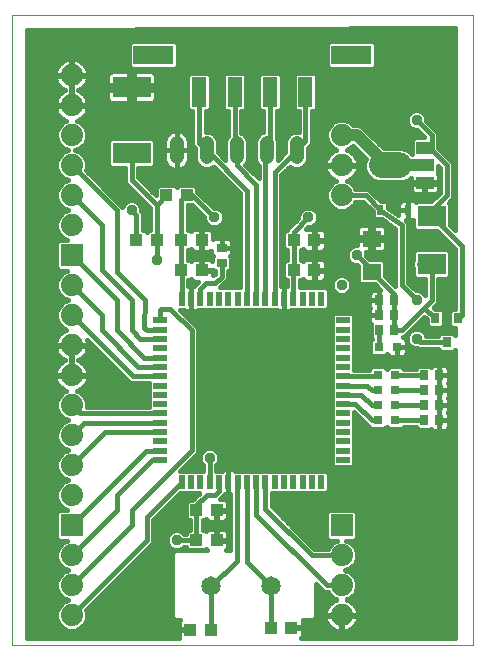
<source format=gtl>
G75*
%MOIN*%
%OFA0B0*%
%FSLAX25Y25*%
%IPPOS*%
%LPD*%
%AMOC8*
5,1,8,0,0,1.08239X$1,22.5*
%
%ADD10C,0.00000*%
%ADD11R,0.02756X0.03543*%
%ADD12R,0.06299X0.05512*%
%ADD13R,0.03150X0.03150*%
%ADD14R,0.04700X0.02200*%
%ADD15R,0.02200X0.04700*%
%ADD16R,0.03543X0.02756*%
%ADD17R,0.04331X0.03937*%
%ADD18C,0.06500*%
%ADD19R,0.07400X0.07400*%
%ADD20C,0.07400*%
%ADD21R,0.09449X0.07087*%
%ADD22R,0.03100X0.03500*%
%ADD23R,0.12598X0.07087*%
%ADD24R,0.05906X0.03937*%
%ADD25R,0.07874X0.03937*%
%ADD26C,0.08661*%
%ADD27C,0.04800*%
%ADD28R,0.13504X0.06496*%
%ADD29R,0.05000X0.10000*%
%ADD30R,0.02480X0.03268*%
%ADD31C,0.01600*%
%ADD32C,0.03762*%
%ADD33C,0.04000*%
D10*
X0003000Y0001800D02*
X0003000Y0211761D01*
X0156701Y0211761D01*
X0156701Y0001800D01*
X0003000Y0001800D01*
D11*
X0125441Y0106800D03*
X0125441Y0111800D03*
X0125441Y0116800D03*
X0130559Y0116800D03*
X0130559Y0111800D03*
X0130559Y0106800D03*
X0140441Y0091800D03*
X0140441Y0086800D03*
X0140441Y0081800D03*
X0140441Y0076800D03*
X0145559Y0076800D03*
X0145559Y0081800D03*
X0145559Y0086800D03*
X0145559Y0091800D03*
D12*
X0123000Y0126288D03*
X0123000Y0137312D03*
D13*
X0125447Y0101200D03*
X0131353Y0101200D03*
X0130953Y0091800D03*
X0130953Y0086800D03*
X0130953Y0081800D03*
X0130953Y0076800D03*
X0125047Y0076800D03*
X0125047Y0081800D03*
X0125047Y0086800D03*
X0125047Y0091800D03*
D14*
X0113550Y0091450D03*
X0113550Y0088350D03*
X0113550Y0085250D03*
X0113550Y0082150D03*
X0113550Y0079050D03*
X0113550Y0075950D03*
X0113550Y0072850D03*
X0113550Y0069750D03*
X0113550Y0066650D03*
X0113550Y0063550D03*
X0113550Y0094550D03*
X0113550Y0097650D03*
X0113550Y0100750D03*
X0113550Y0103850D03*
X0113550Y0106950D03*
X0113550Y0110050D03*
X0052450Y0110050D03*
X0052450Y0106950D03*
X0052450Y0103850D03*
X0052450Y0100750D03*
X0052450Y0097650D03*
X0052450Y0094550D03*
X0052450Y0091450D03*
X0052450Y0088350D03*
X0052450Y0085250D03*
X0052450Y0082150D03*
X0052450Y0079050D03*
X0052450Y0075950D03*
X0052450Y0072850D03*
X0052450Y0069750D03*
X0052450Y0066650D03*
X0052450Y0063550D03*
D15*
X0059750Y0056250D03*
X0062850Y0056250D03*
X0065950Y0056250D03*
X0069050Y0056250D03*
X0072150Y0056250D03*
X0075250Y0056250D03*
X0078350Y0056250D03*
X0081450Y0056250D03*
X0084550Y0056250D03*
X0087650Y0056250D03*
X0090750Y0056250D03*
X0093850Y0056250D03*
X0096950Y0056250D03*
X0100050Y0056250D03*
X0103150Y0056250D03*
X0106250Y0056250D03*
X0106250Y0117350D03*
X0103150Y0117350D03*
X0100050Y0117350D03*
X0096950Y0117350D03*
X0093850Y0117350D03*
X0090750Y0117350D03*
X0087650Y0117350D03*
X0084550Y0117350D03*
X0081450Y0117350D03*
X0078350Y0117350D03*
X0075250Y0117350D03*
X0072150Y0117350D03*
X0069050Y0117350D03*
X0065950Y0117350D03*
X0062850Y0117350D03*
X0059750Y0117350D03*
D16*
X0073000Y0129241D03*
X0073000Y0134359D03*
D17*
X0066346Y0136800D03*
X0059654Y0136800D03*
X0051346Y0136800D03*
X0044654Y0136800D03*
X0054654Y0151800D03*
X0061346Y0151800D03*
X0059654Y0126800D03*
X0066346Y0126800D03*
X0097154Y0126800D03*
X0103846Y0126800D03*
X0103846Y0136800D03*
X0097154Y0136800D03*
X0071346Y0046800D03*
X0064654Y0046800D03*
X0064654Y0036800D03*
X0071346Y0036800D03*
X0069346Y0007000D03*
X0062654Y0007000D03*
X0089554Y0007600D03*
X0096246Y0007600D03*
D18*
X0089500Y0021400D03*
X0069500Y0021400D03*
D19*
X0113000Y0041800D03*
X0023000Y0041800D03*
X0023000Y0131800D03*
D20*
X0023000Y0141800D03*
X0023000Y0151800D03*
X0023000Y0161800D03*
X0023000Y0171800D03*
X0023000Y0181800D03*
X0023000Y0191800D03*
X0023000Y0121800D03*
X0023000Y0111800D03*
X0023000Y0101800D03*
X0023000Y0091800D03*
X0023000Y0081800D03*
X0023000Y0071800D03*
X0023000Y0061800D03*
X0023000Y0051800D03*
X0023000Y0031800D03*
X0023000Y0021800D03*
X0023000Y0011800D03*
X0113000Y0011800D03*
X0113000Y0021800D03*
X0113000Y0031800D03*
X0113000Y0151800D03*
X0113000Y0161800D03*
X0113000Y0171800D03*
D21*
X0143000Y0144772D03*
X0143000Y0128828D03*
D22*
X0144300Y0110800D03*
X0151900Y0110800D03*
X0148100Y0102800D03*
D23*
X0043000Y0165776D03*
X0043000Y0187824D03*
D24*
X0140799Y0167702D03*
X0140799Y0155898D03*
D25*
X0139799Y0161800D03*
D26*
X0132252Y0161800D02*
X0132252Y0161800D01*
X0126346Y0161800D01*
X0126346Y0161800D01*
X0132252Y0161800D01*
D27*
X0098000Y0164400D02*
X0098000Y0169200D01*
X0088000Y0169200D02*
X0088000Y0164400D01*
X0078000Y0164400D02*
X0078000Y0169200D01*
X0068000Y0169200D02*
X0068000Y0164400D01*
X0058000Y0164400D02*
X0058000Y0169200D01*
D28*
X0050224Y0198552D03*
X0116248Y0198552D03*
D29*
X0100953Y0186229D03*
X0089142Y0186229D03*
X0077331Y0186229D03*
X0065520Y0186229D03*
D30*
X0125972Y0146900D03*
X0135028Y0146900D03*
D31*
X0135028Y0143466D01*
X0136505Y0143466D01*
X0136876Y0143566D01*
X0136876Y0140649D01*
X0137696Y0139829D01*
X0144832Y0139829D01*
X0150800Y0133861D01*
X0150800Y0113950D01*
X0149770Y0113950D01*
X0148950Y0113130D01*
X0148950Y0108470D01*
X0149770Y0107650D01*
X0150800Y0107650D01*
X0150800Y0105380D01*
X0150230Y0105950D01*
X0145970Y0105950D01*
X0145150Y0105130D01*
X0145150Y0105000D01*
X0141137Y0105000D01*
X0140782Y0105859D01*
X0139859Y0106782D01*
X0138653Y0107281D01*
X0137347Y0107281D01*
X0136141Y0106782D01*
X0135218Y0105859D01*
X0134719Y0104653D01*
X0134719Y0103347D01*
X0135218Y0102141D01*
X0136141Y0101218D01*
X0137347Y0100719D01*
X0138170Y0100719D01*
X0138289Y0100600D01*
X0145150Y0100600D01*
X0145150Y0100470D01*
X0145970Y0099650D01*
X0150230Y0099650D01*
X0150800Y0100220D01*
X0150800Y0004100D01*
X0099359Y0004100D01*
X0099517Y0004191D01*
X0099852Y0004526D01*
X0100089Y0004937D01*
X0100212Y0005395D01*
X0100212Y0007416D01*
X0096431Y0007416D01*
X0096431Y0007784D01*
X0100212Y0007784D01*
X0100212Y0009805D01*
X0100106Y0010200D01*
X0103663Y0010200D01*
X0104600Y0011137D01*
X0104600Y0022089D01*
X0107089Y0019600D01*
X0108391Y0019600D01*
X0108676Y0018911D01*
X0110111Y0017476D01*
X0111237Y0017010D01*
X0110889Y0016897D01*
X0110117Y0016504D01*
X0109417Y0015995D01*
X0108805Y0015383D01*
X0108296Y0014683D01*
X0107903Y0013911D01*
X0107635Y0013088D01*
X0107500Y0012233D01*
X0107500Y0012000D01*
X0112800Y0012000D01*
X0112800Y0011600D01*
X0113200Y0011600D01*
X0113200Y0012000D01*
X0118500Y0012000D01*
X0118500Y0012233D01*
X0118365Y0013088D01*
X0118097Y0013911D01*
X0117704Y0014683D01*
X0117195Y0015383D01*
X0116583Y0015995D01*
X0115883Y0016504D01*
X0115111Y0016897D01*
X0114763Y0017010D01*
X0115889Y0017476D01*
X0117324Y0018911D01*
X0118100Y0020786D01*
X0118100Y0022814D01*
X0117324Y0024689D01*
X0115889Y0026124D01*
X0114256Y0026800D01*
X0115889Y0027476D01*
X0117324Y0028911D01*
X0118100Y0030786D01*
X0118100Y0032814D01*
X0117324Y0034689D01*
X0115889Y0036124D01*
X0114497Y0036700D01*
X0117280Y0036700D01*
X0118100Y0037520D01*
X0118100Y0046080D01*
X0117280Y0046900D01*
X0108720Y0046900D01*
X0107900Y0046080D01*
X0107900Y0037520D01*
X0108720Y0036700D01*
X0111503Y0036700D01*
X0110111Y0036124D01*
X0108676Y0034689D01*
X0108391Y0034000D01*
X0103911Y0034000D01*
X0089850Y0048061D01*
X0089850Y0052500D01*
X0107930Y0052500D01*
X0108750Y0053320D01*
X0108750Y0059180D01*
X0107930Y0060000D01*
X0077496Y0060000D01*
X0077455Y0060040D01*
X0077045Y0060277D01*
X0076587Y0060400D01*
X0075250Y0060400D01*
X0075250Y0056250D01*
X0075250Y0056250D01*
X0075250Y0052100D01*
X0075800Y0052100D01*
X0075800Y0033400D01*
X0074626Y0033400D01*
X0074952Y0033726D01*
X0075189Y0034137D01*
X0075312Y0034595D01*
X0075312Y0036616D01*
X0071531Y0036616D01*
X0071531Y0036984D01*
X0075312Y0036984D01*
X0075312Y0039005D01*
X0075189Y0039463D01*
X0074952Y0039874D01*
X0074617Y0040209D01*
X0074207Y0040446D01*
X0073749Y0040568D01*
X0071531Y0040568D01*
X0071531Y0036984D01*
X0071162Y0036984D01*
X0071162Y0040568D01*
X0068944Y0040568D01*
X0068486Y0040446D01*
X0068076Y0040209D01*
X0067741Y0039874D01*
X0067723Y0039844D01*
X0067399Y0040168D01*
X0066854Y0040168D01*
X0066854Y0043431D01*
X0067399Y0043431D01*
X0067723Y0043756D01*
X0067741Y0043726D01*
X0068076Y0043391D01*
X0068486Y0043154D01*
X0068944Y0043031D01*
X0071162Y0043031D01*
X0071162Y0046616D01*
X0071531Y0046616D01*
X0071531Y0046984D01*
X0075312Y0046984D01*
X0075312Y0049005D01*
X0075189Y0049463D01*
X0074952Y0049874D01*
X0074617Y0050209D01*
X0074207Y0050446D01*
X0073749Y0050568D01*
X0072580Y0050568D01*
X0073111Y0051100D01*
X0073111Y0051100D01*
X0074111Y0052100D01*
X0075250Y0052100D01*
X0075250Y0056250D01*
X0075250Y0056250D01*
X0075250Y0060400D01*
X0073913Y0060400D01*
X0073455Y0060277D01*
X0073045Y0060040D01*
X0073004Y0060000D01*
X0071200Y0060000D01*
X0071200Y0061860D01*
X0071782Y0062441D01*
X0072281Y0063647D01*
X0072281Y0064953D01*
X0071782Y0066159D01*
X0070859Y0067082D01*
X0069653Y0067581D01*
X0068347Y0067581D01*
X0067141Y0067082D01*
X0066218Y0066159D01*
X0065719Y0064953D01*
X0065719Y0063647D01*
X0066218Y0062441D01*
X0066800Y0061860D01*
X0066800Y0060000D01*
X0059311Y0060000D01*
X0065200Y0065889D01*
X0065200Y0107711D01*
X0059311Y0113600D01*
X0060604Y0113600D01*
X0060645Y0113560D01*
X0061055Y0113323D01*
X0061513Y0113200D01*
X0062850Y0113200D01*
X0064187Y0113200D01*
X0064645Y0113323D01*
X0065055Y0113560D01*
X0065096Y0113600D01*
X0091604Y0113600D01*
X0091645Y0113560D01*
X0092055Y0113323D01*
X0092513Y0113200D01*
X0093850Y0113200D01*
X0095187Y0113200D01*
X0095645Y0113323D01*
X0096055Y0113560D01*
X0096096Y0113600D01*
X0107930Y0113600D01*
X0108750Y0114420D01*
X0108750Y0120280D01*
X0107930Y0121100D01*
X0099150Y0121100D01*
X0099150Y0123431D01*
X0099899Y0123431D01*
X0100223Y0123756D01*
X0100241Y0123726D01*
X0100576Y0123391D01*
X0100986Y0123154D01*
X0101444Y0123031D01*
X0103662Y0123031D01*
X0103662Y0126616D01*
X0104031Y0126616D01*
X0104031Y0126984D01*
X0107812Y0126984D01*
X0107812Y0129005D01*
X0107689Y0129463D01*
X0107452Y0129874D01*
X0107117Y0130209D01*
X0106707Y0130446D01*
X0106249Y0130568D01*
X0104031Y0130568D01*
X0104031Y0126984D01*
X0103662Y0126984D01*
X0103662Y0130568D01*
X0101444Y0130568D01*
X0100986Y0130446D01*
X0100576Y0130209D01*
X0100241Y0129874D01*
X0100223Y0129844D01*
X0099899Y0130168D01*
X0099354Y0130168D01*
X0099354Y0133431D01*
X0099899Y0133431D01*
X0100223Y0133756D01*
X0100241Y0133726D01*
X0100576Y0133391D01*
X0100986Y0133154D01*
X0101444Y0133031D01*
X0103662Y0133031D01*
X0103662Y0136616D01*
X0104031Y0136616D01*
X0104031Y0136984D01*
X0107812Y0136984D01*
X0107812Y0139005D01*
X0107689Y0139463D01*
X0107452Y0139874D01*
X0107117Y0140209D01*
X0106707Y0140446D01*
X0106249Y0140568D01*
X0104031Y0140568D01*
X0104031Y0136984D01*
X0103662Y0136984D01*
X0103662Y0140568D01*
X0101444Y0140568D01*
X0101083Y0140472D01*
X0101730Y0141119D01*
X0102553Y0141119D01*
X0103759Y0141618D01*
X0104682Y0142541D01*
X0105181Y0143747D01*
X0105181Y0145053D01*
X0104682Y0146259D01*
X0103759Y0147182D01*
X0102553Y0147681D01*
X0101247Y0147681D01*
X0100041Y0147182D01*
X0099118Y0146259D01*
X0098619Y0145053D01*
X0098619Y0144230D01*
X0094954Y0140565D01*
X0094954Y0140168D01*
X0094408Y0140168D01*
X0093588Y0139348D01*
X0093588Y0134252D01*
X0094408Y0133431D01*
X0094954Y0133431D01*
X0094954Y0130168D01*
X0094408Y0130168D01*
X0093588Y0129348D01*
X0093588Y0124252D01*
X0094408Y0123431D01*
X0094750Y0123431D01*
X0094750Y0121500D01*
X0093850Y0121500D01*
X0093850Y0117350D01*
X0093850Y0117350D01*
X0093850Y0121500D01*
X0092950Y0121500D01*
X0092950Y0158639D01*
X0095669Y0161357D01*
X0095847Y0161179D01*
X0097244Y0160600D01*
X0098756Y0160600D01*
X0100153Y0161179D01*
X0101221Y0162247D01*
X0101800Y0163644D01*
X0101800Y0167489D01*
X0103153Y0168841D01*
X0103153Y0179829D01*
X0104033Y0179829D01*
X0104853Y0180649D01*
X0104853Y0191809D01*
X0104033Y0192629D01*
X0097873Y0192629D01*
X0097053Y0191809D01*
X0097053Y0180649D01*
X0097873Y0179829D01*
X0098753Y0179829D01*
X0098753Y0173000D01*
X0097244Y0173000D01*
X0095847Y0172421D01*
X0094779Y0171353D01*
X0094200Y0169956D01*
X0094200Y0166111D01*
X0091800Y0163711D01*
X0091800Y0169956D01*
X0091342Y0171062D01*
X0091342Y0179829D01*
X0092222Y0179829D01*
X0093042Y0180649D01*
X0093042Y0191809D01*
X0092222Y0192629D01*
X0086062Y0192629D01*
X0085242Y0191809D01*
X0085242Y0180649D01*
X0086062Y0179829D01*
X0086942Y0179829D01*
X0086942Y0172875D01*
X0085847Y0172421D01*
X0084779Y0171353D01*
X0084200Y0169956D01*
X0084200Y0163644D01*
X0084779Y0162247D01*
X0085450Y0161576D01*
X0085450Y0157461D01*
X0080943Y0161969D01*
X0081221Y0162247D01*
X0081800Y0163644D01*
X0081800Y0169956D01*
X0081221Y0171353D01*
X0080153Y0172421D01*
X0079531Y0172679D01*
X0079531Y0179829D01*
X0080411Y0179829D01*
X0081231Y0180649D01*
X0081231Y0191809D01*
X0080411Y0192629D01*
X0074251Y0192629D01*
X0073431Y0191809D01*
X0073431Y0180649D01*
X0074251Y0179829D01*
X0075131Y0179829D01*
X0075131Y0171705D01*
X0074779Y0171353D01*
X0074200Y0169956D01*
X0074200Y0163711D01*
X0071800Y0166111D01*
X0071800Y0169956D01*
X0071221Y0171353D01*
X0070153Y0172421D01*
X0068756Y0173000D01*
X0067720Y0173000D01*
X0067720Y0179829D01*
X0068600Y0179829D01*
X0069420Y0180649D01*
X0069420Y0191809D01*
X0068600Y0192629D01*
X0062440Y0192629D01*
X0061620Y0191809D01*
X0061620Y0180649D01*
X0062440Y0179829D01*
X0063320Y0179829D01*
X0063320Y0168369D01*
X0064200Y0167489D01*
X0064200Y0163644D01*
X0064779Y0162247D01*
X0065847Y0161179D01*
X0067244Y0160600D01*
X0068756Y0160600D01*
X0070153Y0161179D01*
X0070331Y0161357D01*
X0079250Y0152439D01*
X0079250Y0121100D01*
X0072511Y0121100D01*
X0073911Y0122500D01*
X0075200Y0123789D01*
X0075200Y0126463D01*
X0075352Y0126463D01*
X0076172Y0127283D01*
X0076172Y0131199D01*
X0075847Y0131523D01*
X0075877Y0131541D01*
X0076212Y0131876D01*
X0076449Y0132286D01*
X0076572Y0132744D01*
X0076572Y0134359D01*
X0073000Y0134359D01*
X0073000Y0134359D01*
X0076572Y0134359D01*
X0076572Y0135974D01*
X0076449Y0136432D01*
X0076212Y0136842D01*
X0075877Y0137177D01*
X0075466Y0137414D01*
X0075009Y0137537D01*
X0073000Y0137537D01*
X0073000Y0134359D01*
X0073000Y0134359D01*
X0073000Y0137537D01*
X0070991Y0137537D01*
X0070534Y0137414D01*
X0070312Y0137286D01*
X0070312Y0139005D01*
X0070189Y0139463D01*
X0069952Y0139874D01*
X0069617Y0140209D01*
X0069207Y0140446D01*
X0068749Y0140568D01*
X0066531Y0140568D01*
X0066531Y0136984D01*
X0066162Y0136984D01*
X0066162Y0140568D01*
X0063944Y0140568D01*
X0063486Y0140446D01*
X0063076Y0140209D01*
X0062741Y0139874D01*
X0062723Y0139844D01*
X0062399Y0140168D01*
X0061854Y0140168D01*
X0061854Y0148431D01*
X0063306Y0148431D01*
X0067319Y0144524D01*
X0067319Y0143747D01*
X0067818Y0142541D01*
X0068741Y0141618D01*
X0069947Y0141119D01*
X0071253Y0141119D01*
X0072459Y0141618D01*
X0073382Y0142541D01*
X0073881Y0143747D01*
X0073881Y0145053D01*
X0073382Y0146259D01*
X0072459Y0147182D01*
X0071253Y0147681D01*
X0070384Y0147681D01*
X0064912Y0153009D01*
X0064912Y0154348D01*
X0064092Y0155168D01*
X0058601Y0155168D01*
X0058000Y0154567D01*
X0057399Y0155168D01*
X0051908Y0155168D01*
X0051088Y0154348D01*
X0051088Y0151862D01*
X0045200Y0157751D01*
X0045200Y0160833D01*
X0049879Y0160833D01*
X0050699Y0161653D01*
X0050699Y0169900D01*
X0049879Y0170720D01*
X0036121Y0170720D01*
X0035301Y0169900D01*
X0035301Y0161653D01*
X0036121Y0160833D01*
X0040800Y0160833D01*
X0040800Y0155928D01*
X0049146Y0147582D01*
X0049146Y0140168D01*
X0048601Y0140168D01*
X0048000Y0139567D01*
X0047399Y0140168D01*
X0046854Y0140168D01*
X0046854Y0146058D01*
X0046281Y0146630D01*
X0046281Y0147453D01*
X0045782Y0148659D01*
X0044859Y0149582D01*
X0043653Y0150081D01*
X0042347Y0150081D01*
X0041141Y0149582D01*
X0040218Y0148659D01*
X0039936Y0147976D01*
X0027815Y0160097D01*
X0028100Y0160786D01*
X0028100Y0162814D01*
X0027324Y0164689D01*
X0025889Y0166124D01*
X0024256Y0166800D01*
X0025889Y0167476D01*
X0027324Y0168911D01*
X0028100Y0170786D01*
X0028100Y0172814D01*
X0027324Y0174689D01*
X0025889Y0176124D01*
X0024763Y0176590D01*
X0025111Y0176703D01*
X0025883Y0177096D01*
X0026583Y0177605D01*
X0027195Y0178217D01*
X0027704Y0178917D01*
X0028097Y0179689D01*
X0028365Y0180512D01*
X0028500Y0181367D01*
X0028500Y0181600D01*
X0023200Y0181600D01*
X0023200Y0182000D01*
X0022800Y0182000D01*
X0022800Y0191600D01*
X0023200Y0191600D01*
X0023200Y0192000D01*
X0022800Y0192000D01*
X0022800Y0197300D01*
X0022567Y0197300D01*
X0021712Y0197165D01*
X0020889Y0196897D01*
X0020117Y0196504D01*
X0019417Y0195995D01*
X0018805Y0195383D01*
X0018296Y0194683D01*
X0017903Y0193911D01*
X0017635Y0193088D01*
X0017500Y0192233D01*
X0017500Y0192000D01*
X0022800Y0192000D01*
X0022800Y0191600D01*
X0017500Y0191600D01*
X0017500Y0191367D01*
X0017635Y0190512D01*
X0017903Y0189689D01*
X0018296Y0188917D01*
X0018805Y0188217D01*
X0019417Y0187605D01*
X0020117Y0187096D01*
X0020698Y0186800D01*
X0020117Y0186504D01*
X0019417Y0185995D01*
X0018805Y0185383D01*
X0018296Y0184683D01*
X0017903Y0183911D01*
X0017635Y0183088D01*
X0017500Y0182233D01*
X0017500Y0182000D01*
X0022800Y0182000D01*
X0022800Y0181600D01*
X0017500Y0181600D01*
X0017500Y0181367D01*
X0017635Y0180512D01*
X0017903Y0179689D01*
X0018296Y0178917D01*
X0018805Y0178217D01*
X0019417Y0177605D01*
X0020117Y0177096D01*
X0020889Y0176703D01*
X0021237Y0176590D01*
X0020111Y0176124D01*
X0018676Y0174689D01*
X0017900Y0172814D01*
X0017900Y0170786D01*
X0018676Y0168911D01*
X0020111Y0167476D01*
X0021744Y0166800D01*
X0020111Y0166124D01*
X0018676Y0164689D01*
X0017900Y0162814D01*
X0017900Y0160786D01*
X0018676Y0158911D01*
X0020111Y0157476D01*
X0021744Y0156800D01*
X0020111Y0156124D01*
X0018676Y0154689D01*
X0017900Y0152814D01*
X0017900Y0150786D01*
X0018676Y0148911D01*
X0020111Y0147476D01*
X0021744Y0146800D01*
X0020111Y0146124D01*
X0018676Y0144689D01*
X0017900Y0142814D01*
X0017900Y0140786D01*
X0018676Y0138911D01*
X0020111Y0137476D01*
X0021503Y0136900D01*
X0018720Y0136900D01*
X0017900Y0136080D01*
X0017900Y0127520D01*
X0018720Y0126700D01*
X0021503Y0126700D01*
X0020111Y0126124D01*
X0018676Y0124689D01*
X0017900Y0122814D01*
X0017900Y0120786D01*
X0018676Y0118911D01*
X0020111Y0117476D01*
X0021744Y0116800D01*
X0020111Y0116124D01*
X0018676Y0114689D01*
X0017900Y0112814D01*
X0017900Y0110786D01*
X0018676Y0108911D01*
X0020111Y0107476D01*
X0021237Y0107010D01*
X0020889Y0106897D01*
X0020117Y0106504D01*
X0019417Y0105995D01*
X0018805Y0105383D01*
X0018296Y0104683D01*
X0017903Y0103911D01*
X0017635Y0103088D01*
X0017500Y0102233D01*
X0017500Y0102000D01*
X0022800Y0102000D01*
X0022800Y0101600D01*
X0023200Y0101600D01*
X0023200Y0102000D01*
X0028500Y0102000D01*
X0028500Y0102233D01*
X0028365Y0103088D01*
X0028251Y0103438D01*
X0042439Y0089250D01*
X0044261Y0089250D01*
X0048700Y0089250D01*
X0048700Y0081250D01*
X0028100Y0081250D01*
X0028100Y0082814D01*
X0027324Y0084689D01*
X0025889Y0086124D01*
X0024763Y0086590D01*
X0025111Y0086703D01*
X0025883Y0087096D01*
X0026583Y0087605D01*
X0027195Y0088217D01*
X0027704Y0088917D01*
X0028097Y0089689D01*
X0028365Y0090512D01*
X0028500Y0091367D01*
X0028500Y0091600D01*
X0023200Y0091600D01*
X0023200Y0092000D01*
X0022800Y0092000D01*
X0022800Y0101600D01*
X0017500Y0101600D01*
X0017500Y0101367D01*
X0017635Y0100512D01*
X0017903Y0099689D01*
X0018296Y0098917D01*
X0018805Y0098217D01*
X0019417Y0097605D01*
X0020117Y0097096D01*
X0020698Y0096800D01*
X0020117Y0096504D01*
X0019417Y0095995D01*
X0018805Y0095383D01*
X0018296Y0094683D01*
X0017903Y0093911D01*
X0017635Y0093088D01*
X0017500Y0092233D01*
X0017500Y0092000D01*
X0022800Y0092000D01*
X0022800Y0091600D01*
X0017500Y0091600D01*
X0017500Y0091367D01*
X0017635Y0090512D01*
X0017903Y0089689D01*
X0018296Y0088917D01*
X0018805Y0088217D01*
X0019417Y0087605D01*
X0020117Y0087096D01*
X0020889Y0086703D01*
X0021237Y0086590D01*
X0020111Y0086124D01*
X0018676Y0084689D01*
X0017900Y0082814D01*
X0017900Y0080786D01*
X0018676Y0078911D01*
X0020111Y0077476D01*
X0021744Y0076800D01*
X0020111Y0076124D01*
X0018676Y0074689D01*
X0017900Y0072814D01*
X0017900Y0070786D01*
X0018676Y0068911D01*
X0020111Y0067476D01*
X0021744Y0066800D01*
X0020111Y0066124D01*
X0018676Y0064689D01*
X0017900Y0062814D01*
X0017900Y0060786D01*
X0018676Y0058911D01*
X0020111Y0057476D01*
X0021744Y0056800D01*
X0020111Y0056124D01*
X0018676Y0054689D01*
X0017900Y0052814D01*
X0017900Y0050786D01*
X0018676Y0048911D01*
X0020111Y0047476D01*
X0021503Y0046900D01*
X0018720Y0046900D01*
X0017900Y0046080D01*
X0017900Y0037520D01*
X0018720Y0036700D01*
X0021503Y0036700D01*
X0020111Y0036124D01*
X0018676Y0034689D01*
X0017900Y0032814D01*
X0017900Y0030786D01*
X0018676Y0028911D01*
X0020111Y0027476D01*
X0021744Y0026800D01*
X0020111Y0026124D01*
X0018676Y0024689D01*
X0017900Y0022814D01*
X0017900Y0020786D01*
X0018676Y0018911D01*
X0020111Y0017476D01*
X0021744Y0016800D01*
X0020111Y0016124D01*
X0018676Y0014689D01*
X0017900Y0012814D01*
X0017900Y0010786D01*
X0018676Y0008911D01*
X0020111Y0007476D01*
X0021986Y0006700D01*
X0024014Y0006700D01*
X0025889Y0007476D01*
X0027324Y0008911D01*
X0028100Y0010786D01*
X0028100Y0012814D01*
X0027815Y0013503D01*
X0050200Y0035889D01*
X0050200Y0043589D01*
X0059111Y0052500D01*
X0065589Y0052500D01*
X0063257Y0050168D01*
X0061908Y0050168D01*
X0061088Y0049348D01*
X0061088Y0044252D01*
X0061908Y0043431D01*
X0062454Y0043431D01*
X0062454Y0040168D01*
X0061908Y0040168D01*
X0061088Y0039348D01*
X0061088Y0039000D01*
X0060440Y0039000D01*
X0059859Y0039582D01*
X0058653Y0040081D01*
X0057347Y0040081D01*
X0056141Y0039582D01*
X0055218Y0038659D01*
X0054719Y0037453D01*
X0054719Y0036147D01*
X0055218Y0034941D01*
X0056141Y0034018D01*
X0057347Y0033519D01*
X0058653Y0033519D01*
X0059859Y0034018D01*
X0060440Y0034600D01*
X0061088Y0034600D01*
X0061088Y0034252D01*
X0061908Y0033431D01*
X0067399Y0033431D01*
X0067723Y0033756D01*
X0067741Y0033726D01*
X0068067Y0033400D01*
X0057337Y0033400D01*
X0056400Y0032463D01*
X0056400Y0011137D01*
X0057337Y0010200D01*
X0059174Y0010200D01*
X0059048Y0010074D01*
X0058811Y0009663D01*
X0058688Y0009205D01*
X0058688Y0007184D01*
X0062469Y0007184D01*
X0062469Y0006816D01*
X0058688Y0006816D01*
X0058688Y0004795D01*
X0058811Y0004337D01*
X0058948Y0004100D01*
X0008000Y0004100D01*
X0008000Y0206800D01*
X0150800Y0207500D01*
X0150800Y0140084D01*
X0149124Y0141759D01*
X0149124Y0148896D01*
X0148666Y0149354D01*
X0150200Y0150889D01*
X0150200Y0162711D01*
X0145200Y0167711D01*
X0145200Y0172711D01*
X0143911Y0174000D01*
X0141281Y0176630D01*
X0141281Y0177453D01*
X0140782Y0178659D01*
X0139859Y0179582D01*
X0138653Y0180081D01*
X0137347Y0180081D01*
X0136141Y0179582D01*
X0135218Y0178659D01*
X0134719Y0177453D01*
X0134719Y0176147D01*
X0135218Y0174941D01*
X0136141Y0174018D01*
X0137347Y0173519D01*
X0138170Y0173519D01*
X0140619Y0171070D01*
X0137267Y0171070D01*
X0136446Y0170250D01*
X0136446Y0165710D01*
X0135498Y0166658D01*
X0133392Y0167531D01*
X0127078Y0167531D01*
X0119926Y0174682D01*
X0118676Y0175200D01*
X0116812Y0175200D01*
X0115889Y0176124D01*
X0114014Y0176900D01*
X0111986Y0176900D01*
X0110111Y0176124D01*
X0108676Y0174689D01*
X0107900Y0172814D01*
X0107900Y0170786D01*
X0108676Y0168911D01*
X0110111Y0167476D01*
X0111237Y0167010D01*
X0110889Y0166897D01*
X0110117Y0166504D01*
X0109417Y0165995D01*
X0108805Y0165383D01*
X0108296Y0164683D01*
X0107903Y0163911D01*
X0107635Y0163088D01*
X0107500Y0162233D01*
X0107500Y0162000D01*
X0112800Y0162000D01*
X0112800Y0161600D01*
X0107500Y0161600D01*
X0107500Y0161367D01*
X0107635Y0160512D01*
X0107903Y0159689D01*
X0108296Y0158917D01*
X0108805Y0158217D01*
X0109417Y0157605D01*
X0110117Y0157096D01*
X0110889Y0156703D01*
X0111237Y0156590D01*
X0110111Y0156124D01*
X0108676Y0154689D01*
X0107900Y0152814D01*
X0107900Y0150786D01*
X0108676Y0148911D01*
X0110111Y0147476D01*
X0111986Y0146700D01*
X0114014Y0146700D01*
X0115889Y0147476D01*
X0117324Y0148911D01*
X0117609Y0149600D01*
X0120161Y0149600D01*
X0123332Y0146429D01*
X0123332Y0144686D01*
X0124152Y0143866D01*
X0126407Y0143866D01*
X0130800Y0140678D01*
X0130800Y0121599D01*
X0127550Y0124850D01*
X0127550Y0129624D01*
X0126730Y0130444D01*
X0122467Y0130444D01*
X0121281Y0131630D01*
X0121281Y0132453D01*
X0121155Y0132756D01*
X0122422Y0132756D01*
X0122422Y0136734D01*
X0118050Y0136734D01*
X0118050Y0135081D01*
X0117347Y0135081D01*
X0116141Y0134582D01*
X0115218Y0133659D01*
X0114719Y0132453D01*
X0114719Y0131147D01*
X0115218Y0129941D01*
X0116141Y0129018D01*
X0117347Y0128519D01*
X0118170Y0128519D01*
X0118450Y0128238D01*
X0118450Y0122952D01*
X0119270Y0122132D01*
X0124045Y0122132D01*
X0125805Y0120372D01*
X0125441Y0120372D01*
X0125441Y0116800D01*
X0125441Y0116800D01*
X0125441Y0113228D01*
X0125441Y0111800D01*
X0125441Y0111800D01*
X0125441Y0116800D01*
X0125441Y0116800D01*
X0125441Y0120372D01*
X0123826Y0120372D01*
X0123368Y0120249D01*
X0122958Y0120012D01*
X0122623Y0119677D01*
X0122386Y0119266D01*
X0122263Y0118809D01*
X0122263Y0116800D01*
X0125441Y0116800D01*
X0125441Y0116800D01*
X0122263Y0116800D01*
X0122263Y0114791D01*
X0122386Y0114334D01*
X0122405Y0114300D01*
X0122386Y0114266D01*
X0122263Y0113809D01*
X0122263Y0111800D01*
X0125441Y0111800D01*
X0125441Y0111800D01*
X0122263Y0111800D01*
X0122263Y0109791D01*
X0122386Y0109334D01*
X0122623Y0108923D01*
X0122663Y0108883D01*
X0122663Y0104448D01*
X0123115Y0103997D01*
X0122472Y0103355D01*
X0122472Y0099045D01*
X0123293Y0098225D01*
X0127602Y0098225D01*
X0128176Y0098799D01*
X0128338Y0098520D01*
X0128673Y0098185D01*
X0129083Y0097948D01*
X0129541Y0097825D01*
X0131353Y0097825D01*
X0133165Y0097825D01*
X0133622Y0097948D01*
X0134033Y0098185D01*
X0134368Y0098520D01*
X0134605Y0098930D01*
X0134728Y0099388D01*
X0134728Y0101200D01*
X0134728Y0103012D01*
X0134605Y0103470D01*
X0134368Y0103880D01*
X0134033Y0104215D01*
X0133622Y0104452D01*
X0133337Y0104529D01*
X0133337Y0104600D01*
X0133911Y0104600D01*
X0140563Y0111251D01*
X0141350Y0110526D01*
X0141350Y0108470D01*
X0142170Y0107650D01*
X0146430Y0107650D01*
X0147250Y0108470D01*
X0147250Y0113130D01*
X0146430Y0113950D01*
X0144127Y0113950D01*
X0143676Y0114365D01*
X0143911Y0114600D01*
X0145200Y0115889D01*
X0145200Y0123884D01*
X0148304Y0123884D01*
X0149124Y0124704D01*
X0149124Y0132951D01*
X0148304Y0133771D01*
X0137696Y0133771D01*
X0136876Y0132951D01*
X0136876Y0130142D01*
X0136472Y0129739D01*
X0136472Y0127916D01*
X0136876Y0127513D01*
X0136876Y0124704D01*
X0137696Y0123884D01*
X0140800Y0123884D01*
X0140800Y0118614D01*
X0140782Y0118659D01*
X0139859Y0119582D01*
X0138653Y0120081D01*
X0137830Y0120081D01*
X0135200Y0122711D01*
X0135200Y0141086D01*
X0135316Y0141245D01*
X0135200Y0141974D01*
X0135200Y0142711D01*
X0135061Y0142851D01*
X0135030Y0143045D01*
X0134450Y0143466D01*
X0135027Y0143466D01*
X0135027Y0146900D01*
X0131987Y0146900D01*
X0131987Y0145253D01*
X0128613Y0147702D01*
X0128613Y0149114D01*
X0127792Y0149934D01*
X0126050Y0149934D01*
X0121984Y0154000D01*
X0117609Y0154000D01*
X0117324Y0154689D01*
X0115889Y0156124D01*
X0114763Y0156590D01*
X0115111Y0156703D01*
X0115883Y0157096D01*
X0116583Y0157605D01*
X0117195Y0158217D01*
X0117704Y0158917D01*
X0118097Y0159689D01*
X0118365Y0160512D01*
X0118500Y0161367D01*
X0118500Y0161600D01*
X0113200Y0161600D01*
X0113200Y0162000D01*
X0118500Y0162000D01*
X0118500Y0162233D01*
X0118365Y0163088D01*
X0118097Y0163911D01*
X0117704Y0164683D01*
X0117195Y0165383D01*
X0116583Y0165995D01*
X0115883Y0166504D01*
X0115111Y0166897D01*
X0114763Y0167010D01*
X0115889Y0167476D01*
X0116702Y0168290D01*
X0121036Y0163955D01*
X0120616Y0162940D01*
X0120616Y0160660D01*
X0121488Y0158554D01*
X0123100Y0156942D01*
X0125207Y0156069D01*
X0133392Y0156069D01*
X0135498Y0156942D01*
X0136046Y0157490D01*
X0136046Y0156083D01*
X0140615Y0156083D01*
X0140615Y0155714D01*
X0140983Y0155714D01*
X0140983Y0152130D01*
X0143989Y0152130D01*
X0144447Y0152253D01*
X0144857Y0152490D01*
X0145192Y0152825D01*
X0145429Y0153235D01*
X0145552Y0153693D01*
X0145552Y0155714D01*
X0140984Y0155714D01*
X0140984Y0156083D01*
X0145552Y0156083D01*
X0145552Y0158104D01*
X0145429Y0158562D01*
X0145192Y0158972D01*
X0145025Y0159140D01*
X0145136Y0159252D01*
X0145136Y0161553D01*
X0145800Y0160889D01*
X0145800Y0152711D01*
X0142804Y0149716D01*
X0137696Y0149716D01*
X0137664Y0149684D01*
X0137373Y0149974D01*
X0136962Y0150211D01*
X0136505Y0150334D01*
X0135028Y0150334D01*
X0135028Y0146900D01*
X0135027Y0146900D01*
X0135027Y0146900D01*
X0131987Y0146900D01*
X0131987Y0148771D01*
X0132110Y0149229D01*
X0132347Y0149639D01*
X0132682Y0149974D01*
X0133093Y0150211D01*
X0133550Y0150334D01*
X0135027Y0150334D01*
X0135027Y0146900D01*
X0135028Y0146900D01*
X0135027Y0146577D02*
X0135028Y0146577D01*
X0135027Y0148175D02*
X0135028Y0148175D01*
X0135027Y0149774D02*
X0135028Y0149774D01*
X0137573Y0149774D02*
X0142862Y0149774D01*
X0144461Y0151372D02*
X0124611Y0151372D01*
X0123013Y0152971D02*
X0136322Y0152971D01*
X0136406Y0152825D02*
X0136741Y0152490D01*
X0137152Y0152253D01*
X0137609Y0152130D01*
X0140615Y0152130D01*
X0140615Y0155714D01*
X0136046Y0155714D01*
X0136046Y0153693D01*
X0136169Y0153235D01*
X0136406Y0152825D01*
X0136046Y0154569D02*
X0117373Y0154569D01*
X0115782Y0156168D02*
X0124969Y0156168D01*
X0122276Y0157766D02*
X0116744Y0157766D01*
X0117932Y0159365D02*
X0121152Y0159365D01*
X0120616Y0160963D02*
X0118436Y0160963D01*
X0118448Y0162562D02*
X0120616Y0162562D01*
X0120831Y0164160D02*
X0117970Y0164160D01*
X0116819Y0165759D02*
X0119233Y0165759D01*
X0117634Y0167357D02*
X0115601Y0167357D01*
X0110399Y0167357D02*
X0101800Y0167357D01*
X0101800Y0165759D02*
X0109181Y0165759D01*
X0108030Y0164160D02*
X0101800Y0164160D01*
X0101352Y0162562D02*
X0107552Y0162562D01*
X0107564Y0160963D02*
X0099633Y0160963D01*
X0096367Y0160963D02*
X0095275Y0160963D01*
X0093676Y0159365D02*
X0108068Y0159365D01*
X0109256Y0157766D02*
X0092950Y0157766D01*
X0092950Y0156168D02*
X0110218Y0156168D01*
X0108627Y0154569D02*
X0092950Y0154569D01*
X0092950Y0152971D02*
X0107965Y0152971D01*
X0107900Y0151372D02*
X0092950Y0151372D01*
X0092950Y0149774D02*
X0108319Y0149774D01*
X0109412Y0148175D02*
X0092950Y0148175D01*
X0092950Y0146577D02*
X0099437Y0146577D01*
X0098619Y0144978D02*
X0092950Y0144978D01*
X0092950Y0143380D02*
X0097768Y0143380D01*
X0096170Y0141781D02*
X0092950Y0141781D01*
X0092950Y0140183D02*
X0094954Y0140183D01*
X0093588Y0138584D02*
X0092950Y0138584D01*
X0092950Y0136986D02*
X0093588Y0136986D01*
X0093588Y0135387D02*
X0092950Y0135387D01*
X0092950Y0133789D02*
X0094051Y0133789D01*
X0094954Y0132190D02*
X0092950Y0132190D01*
X0092950Y0130592D02*
X0094954Y0130592D01*
X0093588Y0128993D02*
X0092950Y0128993D01*
X0092950Y0127395D02*
X0093588Y0127395D01*
X0093588Y0125796D02*
X0092950Y0125796D01*
X0092950Y0124198D02*
X0093642Y0124198D01*
X0092950Y0122599D02*
X0094750Y0122599D01*
X0093850Y0121001D02*
X0093850Y0121001D01*
X0093850Y0119402D02*
X0093850Y0119402D01*
X0093850Y0117803D02*
X0093850Y0117803D01*
X0093850Y0117350D02*
X0093850Y0113200D01*
X0093850Y0117350D01*
X0093850Y0117350D01*
X0093850Y0116205D02*
X0093850Y0116205D01*
X0093850Y0114606D02*
X0093850Y0114606D01*
X0090750Y0117350D02*
X0090750Y0159550D01*
X0098000Y0166800D01*
X0100953Y0169753D01*
X0100953Y0186229D01*
X0104853Y0186539D02*
X0150800Y0186539D01*
X0150800Y0184941D02*
X0104853Y0184941D01*
X0104853Y0183342D02*
X0150800Y0183342D01*
X0150800Y0181744D02*
X0104853Y0181744D01*
X0104349Y0180145D02*
X0150800Y0180145D01*
X0150800Y0178547D02*
X0140828Y0178547D01*
X0141281Y0176948D02*
X0150800Y0176948D01*
X0150800Y0175350D02*
X0142561Y0175350D01*
X0144160Y0173751D02*
X0150800Y0173751D01*
X0150800Y0172153D02*
X0145200Y0172153D01*
X0145200Y0170554D02*
X0150800Y0170554D01*
X0150800Y0168956D02*
X0145200Y0168956D01*
X0145554Y0167357D02*
X0150800Y0167357D01*
X0150800Y0165759D02*
X0147152Y0165759D01*
X0148751Y0164160D02*
X0150800Y0164160D01*
X0150800Y0162562D02*
X0150200Y0162562D01*
X0150200Y0160963D02*
X0150800Y0160963D01*
X0150800Y0159365D02*
X0150200Y0159365D01*
X0150200Y0157766D02*
X0150800Y0157766D01*
X0150800Y0156168D02*
X0150200Y0156168D01*
X0150200Y0154569D02*
X0150800Y0154569D01*
X0150800Y0152971D02*
X0150200Y0152971D01*
X0150200Y0151372D02*
X0150800Y0151372D01*
X0150800Y0149774D02*
X0149085Y0149774D01*
X0149124Y0148175D02*
X0150800Y0148175D01*
X0150800Y0146577D02*
X0149124Y0146577D01*
X0149124Y0144978D02*
X0150800Y0144978D01*
X0150800Y0143380D02*
X0149124Y0143380D01*
X0149124Y0141781D02*
X0150800Y0141781D01*
X0150800Y0140183D02*
X0150701Y0140183D01*
X0147676Y0136986D02*
X0135200Y0136986D01*
X0135200Y0138584D02*
X0146077Y0138584D01*
X0149274Y0135387D02*
X0135200Y0135387D01*
X0135200Y0133789D02*
X0150800Y0133789D01*
X0150800Y0132190D02*
X0149124Y0132190D01*
X0149124Y0130592D02*
X0150800Y0130592D01*
X0150800Y0128993D02*
X0149124Y0128993D01*
X0149124Y0127395D02*
X0150800Y0127395D01*
X0150800Y0125796D02*
X0149124Y0125796D01*
X0148618Y0124198D02*
X0150800Y0124198D01*
X0150800Y0122599D02*
X0145200Y0122599D01*
X0145200Y0121001D02*
X0150800Y0121001D01*
X0150800Y0119402D02*
X0145200Y0119402D01*
X0145200Y0117803D02*
X0150800Y0117803D01*
X0150800Y0116205D02*
X0145200Y0116205D01*
X0143918Y0114606D02*
X0150800Y0114606D01*
X0148950Y0113008D02*
X0147250Y0113008D01*
X0147250Y0111409D02*
X0148950Y0111409D01*
X0148950Y0109811D02*
X0147250Y0109811D01*
X0146992Y0108212D02*
X0149208Y0108212D01*
X0150800Y0106614D02*
X0140026Y0106614D01*
X0141131Y0105015D02*
X0145150Y0105015D01*
X0148100Y0102800D02*
X0139200Y0102800D01*
X0138000Y0104000D01*
X0135541Y0101818D02*
X0134728Y0101818D01*
X0134728Y0101200D02*
X0131353Y0101200D01*
X0131353Y0101200D01*
X0134728Y0101200D01*
X0134728Y0100220D02*
X0145400Y0100220D01*
X0145559Y0095372D02*
X0143944Y0095372D01*
X0143486Y0095249D01*
X0143076Y0095012D01*
X0142741Y0094677D01*
X0142723Y0094647D01*
X0142399Y0094972D01*
X0138483Y0094972D01*
X0137663Y0094152D01*
X0137663Y0094000D01*
X0133882Y0094000D01*
X0133107Y0094775D01*
X0128798Y0094775D01*
X0128000Y0093977D01*
X0127202Y0094775D01*
X0122893Y0094775D01*
X0122072Y0093955D01*
X0122072Y0093650D01*
X0117300Y0093650D01*
X0117300Y0111730D01*
X0116480Y0112550D01*
X0110620Y0112550D01*
X0109800Y0111730D01*
X0109800Y0061870D01*
X0110620Y0061050D01*
X0116480Y0061050D01*
X0117300Y0061870D01*
X0117300Y0079389D01*
X0120800Y0075889D01*
X0122089Y0074600D01*
X0122118Y0074600D01*
X0122893Y0073825D01*
X0127202Y0073825D01*
X0128000Y0074623D01*
X0128798Y0073825D01*
X0133107Y0073825D01*
X0133882Y0074600D01*
X0137663Y0074600D01*
X0137663Y0074448D01*
X0138483Y0073628D01*
X0142399Y0073628D01*
X0142723Y0073953D01*
X0142741Y0073923D01*
X0143076Y0073588D01*
X0143486Y0073351D01*
X0143944Y0073228D01*
X0145559Y0073228D01*
X0145559Y0076800D01*
X0145559Y0081800D01*
X0145559Y0086800D01*
X0145559Y0091800D01*
X0145559Y0095372D01*
X0145559Y0091800D01*
X0145559Y0091800D01*
X0145559Y0091800D01*
X0145559Y0088228D01*
X0145559Y0086800D01*
X0145559Y0086800D01*
X0145559Y0086800D01*
X0145559Y0085372D01*
X0145559Y0081800D01*
X0145559Y0081800D01*
X0145559Y0081800D01*
X0145559Y0080372D01*
X0145559Y0076800D01*
X0145559Y0076800D01*
X0145559Y0076800D01*
X0145559Y0073228D01*
X0147174Y0073228D01*
X0147632Y0073351D01*
X0148042Y0073588D01*
X0148377Y0073923D01*
X0148614Y0074334D01*
X0148737Y0074791D01*
X0148737Y0076800D01*
X0148737Y0078809D01*
X0148614Y0079266D01*
X0148595Y0079300D01*
X0148614Y0079334D01*
X0148737Y0079791D01*
X0148737Y0081800D01*
X0148737Y0083809D01*
X0148614Y0084266D01*
X0148595Y0084300D01*
X0148614Y0084334D01*
X0148737Y0084791D01*
X0148737Y0086800D01*
X0148737Y0088809D01*
X0148614Y0089266D01*
X0148595Y0089300D01*
X0148614Y0089334D01*
X0148737Y0089791D01*
X0148737Y0091800D01*
X0148737Y0093809D01*
X0148614Y0094266D01*
X0148377Y0094677D01*
X0148042Y0095012D01*
X0147632Y0095249D01*
X0147174Y0095372D01*
X0145559Y0095372D01*
X0145559Y0093826D02*
X0145559Y0093826D01*
X0145559Y0092227D02*
X0145559Y0092227D01*
X0145559Y0091800D02*
X0148737Y0091800D01*
X0145559Y0091800D01*
X0145559Y0091800D01*
X0145559Y0090629D02*
X0145559Y0090629D01*
X0145559Y0089030D02*
X0145559Y0089030D01*
X0145559Y0087432D02*
X0145559Y0087432D01*
X0145559Y0086800D02*
X0148737Y0086800D01*
X0145559Y0086800D01*
X0145559Y0086800D01*
X0145559Y0085833D02*
X0145559Y0085833D01*
X0145559Y0084235D02*
X0145559Y0084235D01*
X0145559Y0082636D02*
X0145559Y0082636D01*
X0145559Y0081800D02*
X0148737Y0081800D01*
X0145559Y0081800D01*
X0145559Y0081800D01*
X0145559Y0081038D02*
X0145559Y0081038D01*
X0145559Y0079439D02*
X0145559Y0079439D01*
X0145559Y0077841D02*
X0145559Y0077841D01*
X0145559Y0076800D02*
X0148737Y0076800D01*
X0145559Y0076800D01*
X0145559Y0076800D01*
X0145559Y0076242D02*
X0145559Y0076242D01*
X0145559Y0074644D02*
X0145559Y0074644D01*
X0148697Y0074644D02*
X0150800Y0074644D01*
X0150800Y0076242D02*
X0148737Y0076242D01*
X0148737Y0077841D02*
X0150800Y0077841D01*
X0150800Y0079439D02*
X0148643Y0079439D01*
X0148737Y0081038D02*
X0150800Y0081038D01*
X0150800Y0082636D02*
X0148737Y0082636D01*
X0148623Y0084235D02*
X0150800Y0084235D01*
X0150800Y0085833D02*
X0148737Y0085833D01*
X0148737Y0087432D02*
X0150800Y0087432D01*
X0150800Y0089030D02*
X0148678Y0089030D01*
X0148737Y0090629D02*
X0150800Y0090629D01*
X0150800Y0092227D02*
X0148737Y0092227D01*
X0148732Y0093826D02*
X0150800Y0093826D01*
X0150800Y0095424D02*
X0117300Y0095424D01*
X0117300Y0093826D02*
X0122072Y0093826D01*
X0124697Y0091450D02*
X0125047Y0091800D01*
X0124697Y0091450D02*
X0113550Y0091450D01*
X0113550Y0088350D02*
X0121450Y0088350D01*
X0123000Y0086800D01*
X0125047Y0086800D01*
X0125047Y0081800D02*
X0123000Y0081800D01*
X0119550Y0085250D01*
X0113550Y0085250D01*
X0113550Y0082150D02*
X0117650Y0082150D01*
X0123000Y0076800D01*
X0125047Y0076800D01*
X0122045Y0074644D02*
X0117300Y0074644D01*
X0117300Y0076242D02*
X0120447Y0076242D01*
X0118848Y0077841D02*
X0117300Y0077841D01*
X0117300Y0073045D02*
X0150800Y0073045D01*
X0150800Y0071447D02*
X0117300Y0071447D01*
X0117300Y0069848D02*
X0150800Y0069848D01*
X0150800Y0068250D02*
X0117300Y0068250D01*
X0117300Y0066651D02*
X0150800Y0066651D01*
X0150800Y0065053D02*
X0117300Y0065053D01*
X0117300Y0063454D02*
X0150800Y0063454D01*
X0150800Y0061856D02*
X0117285Y0061856D01*
X0109814Y0061856D02*
X0071200Y0061856D01*
X0071200Y0060257D02*
X0073420Y0060257D01*
X0072201Y0063454D02*
X0109800Y0063454D01*
X0109800Y0065053D02*
X0072240Y0065053D01*
X0071289Y0066651D02*
X0109800Y0066651D01*
X0109800Y0068250D02*
X0065200Y0068250D01*
X0065200Y0069848D02*
X0109800Y0069848D01*
X0109800Y0071447D02*
X0065200Y0071447D01*
X0065200Y0073045D02*
X0109800Y0073045D01*
X0109800Y0074644D02*
X0065200Y0074644D01*
X0065200Y0076242D02*
X0109800Y0076242D01*
X0109800Y0077841D02*
X0065200Y0077841D01*
X0065200Y0079439D02*
X0109800Y0079439D01*
X0109800Y0081038D02*
X0065200Y0081038D01*
X0065200Y0082636D02*
X0109800Y0082636D01*
X0109800Y0084235D02*
X0065200Y0084235D01*
X0065200Y0085833D02*
X0109800Y0085833D01*
X0109800Y0087432D02*
X0065200Y0087432D01*
X0065200Y0089030D02*
X0109800Y0089030D01*
X0109800Y0090629D02*
X0065200Y0090629D01*
X0065200Y0092227D02*
X0109800Y0092227D01*
X0109800Y0093826D02*
X0065200Y0093826D01*
X0065200Y0095424D02*
X0109800Y0095424D01*
X0109800Y0097023D02*
X0065200Y0097023D01*
X0065200Y0098621D02*
X0109800Y0098621D01*
X0109800Y0100220D02*
X0065200Y0100220D01*
X0065200Y0101818D02*
X0109800Y0101818D01*
X0109800Y0103417D02*
X0065200Y0103417D01*
X0065200Y0105015D02*
X0109800Y0105015D01*
X0109800Y0106614D02*
X0065200Y0106614D01*
X0064699Y0108212D02*
X0109800Y0108212D01*
X0109800Y0109811D02*
X0063100Y0109811D01*
X0061502Y0111409D02*
X0109800Y0111409D01*
X0108750Y0114606D02*
X0122313Y0114606D01*
X0122263Y0113008D02*
X0059903Y0113008D01*
X0062850Y0113200D02*
X0062850Y0117350D01*
X0062850Y0117350D01*
X0062850Y0121500D01*
X0063789Y0121500D01*
X0065320Y0123031D01*
X0063944Y0123031D01*
X0063486Y0123154D01*
X0063076Y0123391D01*
X0062741Y0123726D01*
X0062723Y0123756D01*
X0062399Y0123431D01*
X0061950Y0123431D01*
X0061950Y0121500D01*
X0062850Y0121500D01*
X0062850Y0117350D01*
X0062850Y0113200D01*
X0062850Y0114606D02*
X0062850Y0114606D01*
X0062850Y0116205D02*
X0062850Y0116205D01*
X0062850Y0117350D02*
X0062850Y0117350D01*
X0062850Y0117803D02*
X0062850Y0117803D01*
X0062850Y0119402D02*
X0062850Y0119402D01*
X0062850Y0121001D02*
X0062850Y0121001D01*
X0061950Y0122599D02*
X0064888Y0122599D01*
X0065950Y0120550D02*
X0067900Y0122500D01*
X0070800Y0122500D01*
X0073000Y0124700D01*
X0073000Y0129241D01*
X0070648Y0126463D02*
X0070127Y0126984D01*
X0066531Y0126984D01*
X0066531Y0126616D01*
X0070312Y0126616D01*
X0070312Y0125123D01*
X0070800Y0125611D01*
X0070800Y0126463D01*
X0070648Y0126463D01*
X0070800Y0125796D02*
X0070312Y0125796D01*
X0069828Y0129998D02*
X0069617Y0130209D01*
X0069207Y0130446D01*
X0068749Y0130568D01*
X0066531Y0130568D01*
X0066531Y0126984D01*
X0066162Y0126984D01*
X0066162Y0130568D01*
X0063944Y0130568D01*
X0063486Y0130446D01*
X0063076Y0130209D01*
X0062741Y0129874D01*
X0062723Y0129844D01*
X0062399Y0130168D01*
X0061854Y0130168D01*
X0061854Y0133431D01*
X0062399Y0133431D01*
X0062723Y0133756D01*
X0062741Y0133726D01*
X0063076Y0133391D01*
X0063486Y0133154D01*
X0063944Y0133031D01*
X0066162Y0133031D01*
X0066162Y0136616D01*
X0066531Y0136616D01*
X0066531Y0133031D01*
X0068749Y0133031D01*
X0069207Y0133154D01*
X0069428Y0133282D01*
X0069428Y0132744D01*
X0069551Y0132286D01*
X0069788Y0131876D01*
X0070123Y0131541D01*
X0070153Y0131523D01*
X0069828Y0131199D01*
X0069828Y0129998D01*
X0069828Y0130592D02*
X0061854Y0130592D01*
X0061854Y0132190D02*
X0069607Y0132190D01*
X0066531Y0133789D02*
X0066162Y0133789D01*
X0066162Y0135387D02*
X0066531Y0135387D01*
X0066531Y0136986D02*
X0066162Y0136986D01*
X0066162Y0138584D02*
X0066531Y0138584D01*
X0066531Y0140183D02*
X0066162Y0140183D01*
X0068579Y0141781D02*
X0061854Y0141781D01*
X0061854Y0140183D02*
X0063050Y0140183D01*
X0061854Y0143380D02*
X0067471Y0143380D01*
X0066853Y0144978D02*
X0061854Y0144978D01*
X0061854Y0146577D02*
X0065211Y0146577D01*
X0063569Y0148175D02*
X0061854Y0148175D01*
X0059654Y0150107D02*
X0061346Y0151800D01*
X0063000Y0151800D01*
X0070600Y0144400D01*
X0073063Y0146577D02*
X0079250Y0146577D01*
X0079250Y0148175D02*
X0069876Y0148175D01*
X0068235Y0149774D02*
X0079250Y0149774D01*
X0079250Y0151372D02*
X0066593Y0151372D01*
X0064951Y0152971D02*
X0078718Y0152971D01*
X0077119Y0154569D02*
X0064691Y0154569D01*
X0066367Y0160963D02*
X0060415Y0160963D01*
X0060201Y0160808D02*
X0060736Y0161196D01*
X0061204Y0161664D01*
X0061592Y0162199D01*
X0061892Y0162788D01*
X0062097Y0163416D01*
X0062200Y0164069D01*
X0062200Y0166800D01*
X0062200Y0169531D01*
X0062097Y0170184D01*
X0061892Y0170812D01*
X0061592Y0171401D01*
X0061204Y0171936D01*
X0060736Y0172404D01*
X0060201Y0172792D01*
X0059612Y0173092D01*
X0058984Y0173297D01*
X0058331Y0173400D01*
X0058000Y0173400D01*
X0058000Y0166800D01*
X0058000Y0166800D01*
X0062200Y0166800D01*
X0058000Y0166800D01*
X0058000Y0166800D01*
X0058000Y0166800D01*
X0053800Y0166800D01*
X0053800Y0169531D01*
X0053903Y0170184D01*
X0054108Y0170812D01*
X0054408Y0171401D01*
X0054796Y0171936D01*
X0055264Y0172404D01*
X0055799Y0172792D01*
X0056388Y0173092D01*
X0057016Y0173297D01*
X0057669Y0173400D01*
X0058000Y0173400D01*
X0058000Y0166800D01*
X0058000Y0160200D01*
X0058331Y0160200D01*
X0058984Y0160303D01*
X0059612Y0160508D01*
X0060201Y0160808D01*
X0061777Y0162562D02*
X0064648Y0162562D01*
X0064200Y0164160D02*
X0062200Y0164160D01*
X0062200Y0165759D02*
X0064200Y0165759D01*
X0064200Y0167357D02*
X0062200Y0167357D01*
X0062200Y0168956D02*
X0063320Y0168956D01*
X0063320Y0170554D02*
X0061976Y0170554D01*
X0060987Y0172153D02*
X0063320Y0172153D01*
X0063320Y0173751D02*
X0027712Y0173751D01*
X0028100Y0172153D02*
X0055013Y0172153D01*
X0054024Y0170554D02*
X0050044Y0170554D01*
X0050699Y0168956D02*
X0053800Y0168956D01*
X0053800Y0167357D02*
X0050699Y0167357D01*
X0050699Y0165759D02*
X0053800Y0165759D01*
X0053800Y0166800D02*
X0053800Y0164069D01*
X0053903Y0163416D01*
X0054108Y0162788D01*
X0054408Y0162199D01*
X0054796Y0161664D01*
X0055264Y0161196D01*
X0055799Y0160808D01*
X0056388Y0160508D01*
X0057016Y0160303D01*
X0057669Y0160200D01*
X0058000Y0160200D01*
X0058000Y0166800D01*
X0058000Y0166800D01*
X0053800Y0166800D01*
X0053800Y0164160D02*
X0050699Y0164160D01*
X0050699Y0162562D02*
X0054223Y0162562D01*
X0055585Y0160963D02*
X0050009Y0160963D01*
X0046783Y0156168D02*
X0075521Y0156168D01*
X0073922Y0157766D02*
X0045200Y0157766D01*
X0045200Y0159365D02*
X0072324Y0159365D01*
X0070725Y0160963D02*
X0069633Y0160963D01*
X0072152Y0165759D02*
X0074200Y0165759D01*
X0074200Y0167357D02*
X0071800Y0167357D01*
X0071800Y0168956D02*
X0074200Y0168956D01*
X0074448Y0170554D02*
X0071552Y0170554D01*
X0070421Y0172153D02*
X0075131Y0172153D01*
X0075131Y0173751D02*
X0067720Y0173751D01*
X0067720Y0175350D02*
X0075131Y0175350D01*
X0075131Y0176948D02*
X0067720Y0176948D01*
X0067720Y0178547D02*
X0075131Y0178547D01*
X0073934Y0180145D02*
X0068916Y0180145D01*
X0069420Y0181744D02*
X0073431Y0181744D01*
X0073431Y0183342D02*
X0069420Y0183342D01*
X0069420Y0184941D02*
X0073431Y0184941D01*
X0073431Y0186539D02*
X0069420Y0186539D01*
X0069420Y0188138D02*
X0073431Y0188138D01*
X0073431Y0189737D02*
X0069420Y0189737D01*
X0069420Y0191335D02*
X0073431Y0191335D01*
X0077331Y0186229D02*
X0077331Y0167469D01*
X0078000Y0166800D01*
X0078000Y0161800D01*
X0084550Y0155250D01*
X0084550Y0117350D01*
X0081450Y0117350D02*
X0081450Y0153350D01*
X0068000Y0166800D01*
X0065520Y0169280D01*
X0065520Y0186229D01*
X0061620Y0186539D02*
X0051099Y0186539D01*
X0051099Y0187024D02*
X0051099Y0184043D01*
X0050977Y0183586D01*
X0050740Y0183175D01*
X0050404Y0182840D01*
X0049994Y0182603D01*
X0049536Y0182480D01*
X0043800Y0182480D01*
X0043800Y0187024D01*
X0043800Y0188624D01*
X0042200Y0188624D01*
X0042200Y0193167D01*
X0036464Y0193167D01*
X0036006Y0193044D01*
X0035596Y0192807D01*
X0035260Y0192472D01*
X0035023Y0192062D01*
X0034901Y0191604D01*
X0034901Y0188624D01*
X0042200Y0188624D01*
X0042200Y0187024D01*
X0034901Y0187024D01*
X0034901Y0184043D01*
X0035023Y0183586D01*
X0035260Y0183175D01*
X0035596Y0182840D01*
X0036006Y0182603D01*
X0036464Y0182480D01*
X0042200Y0182480D01*
X0042200Y0187024D01*
X0043800Y0187024D01*
X0051099Y0187024D01*
X0051099Y0188624D02*
X0051099Y0191604D01*
X0050977Y0192062D01*
X0050740Y0192472D01*
X0050404Y0192807D01*
X0049994Y0193044D01*
X0049536Y0193167D01*
X0043800Y0193167D01*
X0043800Y0188624D01*
X0051099Y0188624D01*
X0051099Y0189737D02*
X0061620Y0189737D01*
X0061620Y0191335D02*
X0051099Y0191335D01*
X0050186Y0192934D02*
X0150800Y0192934D01*
X0150800Y0194532D02*
X0124208Y0194532D01*
X0124400Y0194724D02*
X0124400Y0202380D01*
X0123580Y0203200D01*
X0108916Y0203200D01*
X0108096Y0202380D01*
X0108096Y0194724D01*
X0108916Y0193904D01*
X0123580Y0193904D01*
X0124400Y0194724D01*
X0124400Y0196131D02*
X0150800Y0196131D01*
X0150800Y0197729D02*
X0124400Y0197729D01*
X0124400Y0199328D02*
X0150800Y0199328D01*
X0150800Y0200926D02*
X0124400Y0200926D01*
X0124255Y0202525D02*
X0150800Y0202525D01*
X0150800Y0204123D02*
X0008000Y0204123D01*
X0008000Y0202525D02*
X0042217Y0202525D01*
X0042072Y0202380D02*
X0042893Y0203200D01*
X0057556Y0203200D01*
X0058376Y0202380D01*
X0058376Y0194724D01*
X0057556Y0193904D01*
X0042893Y0193904D01*
X0042072Y0194724D01*
X0042072Y0202380D01*
X0042072Y0200926D02*
X0008000Y0200926D01*
X0008000Y0199328D02*
X0042072Y0199328D01*
X0042072Y0197729D02*
X0008000Y0197729D01*
X0008000Y0196131D02*
X0019603Y0196131D01*
X0018219Y0194532D02*
X0008000Y0194532D01*
X0008000Y0192934D02*
X0017611Y0192934D01*
X0017505Y0191335D02*
X0008000Y0191335D01*
X0008000Y0189737D02*
X0017887Y0189737D01*
X0018884Y0188138D02*
X0008000Y0188138D01*
X0008000Y0186539D02*
X0020187Y0186539D01*
X0018484Y0184941D02*
X0008000Y0184941D01*
X0008000Y0183342D02*
X0017718Y0183342D01*
X0017755Y0180145D02*
X0008000Y0180145D01*
X0008000Y0178547D02*
X0018565Y0178547D01*
X0020407Y0176948D02*
X0008000Y0176948D01*
X0008000Y0175350D02*
X0019337Y0175350D01*
X0018288Y0173751D02*
X0008000Y0173751D01*
X0008000Y0172153D02*
X0017900Y0172153D01*
X0017996Y0170554D02*
X0008000Y0170554D01*
X0008000Y0168956D02*
X0018658Y0168956D01*
X0020399Y0167357D02*
X0008000Y0167357D01*
X0008000Y0165759D02*
X0019746Y0165759D01*
X0018457Y0164160D02*
X0008000Y0164160D01*
X0008000Y0162562D02*
X0017900Y0162562D01*
X0017900Y0160963D02*
X0008000Y0160963D01*
X0008000Y0159365D02*
X0018488Y0159365D01*
X0019821Y0157766D02*
X0008000Y0157766D01*
X0008000Y0156168D02*
X0020218Y0156168D01*
X0018627Y0154569D02*
X0008000Y0154569D01*
X0008000Y0152971D02*
X0017965Y0152971D01*
X0017900Y0151372D02*
X0008000Y0151372D01*
X0008000Y0149774D02*
X0018319Y0149774D01*
X0019412Y0148175D02*
X0008000Y0148175D01*
X0008000Y0146577D02*
X0021205Y0146577D01*
X0018966Y0144978D02*
X0008000Y0144978D01*
X0008000Y0143380D02*
X0018134Y0143380D01*
X0017900Y0141781D02*
X0008000Y0141781D01*
X0008000Y0140183D02*
X0018150Y0140183D01*
X0019003Y0138584D02*
X0008000Y0138584D01*
X0008000Y0136986D02*
X0021296Y0136986D01*
X0017900Y0135387D02*
X0008000Y0135387D01*
X0008000Y0133789D02*
X0017900Y0133789D01*
X0017900Y0132190D02*
X0008000Y0132190D01*
X0008000Y0130592D02*
X0017900Y0130592D01*
X0017900Y0128993D02*
X0008000Y0128993D01*
X0008000Y0127395D02*
X0018026Y0127395D01*
X0019784Y0125796D02*
X0008000Y0125796D01*
X0008000Y0124198D02*
X0018473Y0124198D01*
X0017900Y0122599D02*
X0008000Y0122599D01*
X0008000Y0121001D02*
X0017900Y0121001D01*
X0018473Y0119402D02*
X0008000Y0119402D01*
X0008000Y0117803D02*
X0019784Y0117803D01*
X0020308Y0116205D02*
X0008000Y0116205D01*
X0008000Y0114606D02*
X0018642Y0114606D01*
X0017980Y0113008D02*
X0008000Y0113008D01*
X0008000Y0111409D02*
X0017900Y0111409D01*
X0018304Y0109811D02*
X0008000Y0109811D01*
X0008000Y0108212D02*
X0019375Y0108212D01*
X0020333Y0106614D02*
X0008000Y0106614D01*
X0008000Y0105015D02*
X0018538Y0105015D01*
X0017742Y0103417D02*
X0008000Y0103417D01*
X0008000Y0101818D02*
X0022800Y0101818D01*
X0023200Y0101818D02*
X0029870Y0101818D01*
X0028500Y0101600D02*
X0028500Y0101367D01*
X0028365Y0100512D01*
X0028097Y0099689D01*
X0027704Y0098917D01*
X0027195Y0098217D01*
X0026583Y0097605D01*
X0025883Y0097096D01*
X0025302Y0096800D01*
X0025883Y0096504D01*
X0026583Y0095995D01*
X0027195Y0095383D01*
X0027704Y0094683D01*
X0028097Y0093911D01*
X0028365Y0093088D01*
X0028500Y0092233D01*
X0028500Y0092000D01*
X0023200Y0092000D01*
X0023200Y0096300D01*
X0023200Y0101600D01*
X0028500Y0101600D01*
X0028270Y0100220D02*
X0031469Y0100220D01*
X0033067Y0098621D02*
X0027489Y0098621D01*
X0025739Y0097023D02*
X0034666Y0097023D01*
X0036264Y0095424D02*
X0027154Y0095424D01*
X0028125Y0093826D02*
X0037863Y0093826D01*
X0039461Y0092227D02*
X0028500Y0092227D01*
X0028383Y0090629D02*
X0041060Y0090629D01*
X0043350Y0091450D02*
X0023000Y0111800D01*
X0028258Y0103417D02*
X0028272Y0103417D01*
X0033000Y0106800D02*
X0033000Y0111800D01*
X0023000Y0121800D01*
X0023000Y0131800D02*
X0038000Y0116800D01*
X0038000Y0106800D01*
X0047150Y0097650D01*
X0052450Y0097650D01*
X0052450Y0094550D02*
X0045250Y0094550D01*
X0033000Y0106800D01*
X0043000Y0106800D02*
X0043000Y0116800D01*
X0033000Y0126800D01*
X0033000Y0141800D01*
X0023000Y0151800D01*
X0030145Y0157766D02*
X0040800Y0157766D01*
X0040800Y0156168D02*
X0031743Y0156168D01*
X0033342Y0154569D02*
X0042159Y0154569D01*
X0043757Y0152971D02*
X0034941Y0152971D01*
X0036539Y0151372D02*
X0045356Y0151372D01*
X0044395Y0149774D02*
X0046954Y0149774D01*
X0045982Y0148175D02*
X0048553Y0148175D01*
X0049146Y0146577D02*
X0046335Y0146577D01*
X0046854Y0144978D02*
X0049146Y0144978D01*
X0049146Y0143380D02*
X0046854Y0143380D01*
X0046854Y0141781D02*
X0049146Y0141781D01*
X0049146Y0140183D02*
X0046854Y0140183D01*
X0044654Y0136800D02*
X0044654Y0145146D01*
X0043000Y0146800D01*
X0041605Y0149774D02*
X0038138Y0149774D01*
X0039736Y0148175D02*
X0040018Y0148175D01*
X0038000Y0146800D02*
X0023000Y0161800D01*
X0026254Y0165759D02*
X0035301Y0165759D01*
X0035301Y0167357D02*
X0025601Y0167357D01*
X0027342Y0168956D02*
X0035301Y0168956D01*
X0035956Y0170554D02*
X0028004Y0170554D01*
X0026663Y0175350D02*
X0063320Y0175350D01*
X0063320Y0176948D02*
X0025593Y0176948D01*
X0027435Y0178547D02*
X0063320Y0178547D01*
X0062123Y0180145D02*
X0028245Y0180145D01*
X0028500Y0182000D02*
X0028500Y0182233D01*
X0028365Y0183088D01*
X0028097Y0183911D01*
X0027704Y0184683D01*
X0027195Y0185383D01*
X0026583Y0185995D01*
X0025883Y0186504D01*
X0025302Y0186800D01*
X0025883Y0187096D01*
X0026583Y0187605D01*
X0027195Y0188217D01*
X0027704Y0188917D01*
X0028097Y0189689D01*
X0028365Y0190512D01*
X0028500Y0191367D01*
X0028500Y0191600D01*
X0023200Y0191600D01*
X0023200Y0186300D01*
X0023200Y0182000D01*
X0028500Y0182000D01*
X0028282Y0183342D02*
X0035164Y0183342D01*
X0034901Y0184941D02*
X0027516Y0184941D01*
X0025813Y0186539D02*
X0034901Y0186539D01*
X0034901Y0189737D02*
X0028113Y0189737D01*
X0028495Y0191335D02*
X0034901Y0191335D01*
X0035814Y0192934D02*
X0028389Y0192934D01*
X0028365Y0193088D02*
X0028097Y0193911D01*
X0027704Y0194683D01*
X0027195Y0195383D01*
X0026583Y0195995D01*
X0025883Y0196504D01*
X0025111Y0196897D01*
X0024288Y0197165D01*
X0023433Y0197300D01*
X0023200Y0197300D01*
X0023200Y0192000D01*
X0028500Y0192000D01*
X0028500Y0192233D01*
X0028365Y0193088D01*
X0027781Y0194532D02*
X0042264Y0194532D01*
X0042200Y0192934D02*
X0043800Y0192934D01*
X0043800Y0191335D02*
X0042200Y0191335D01*
X0042200Y0189737D02*
X0043800Y0189737D01*
X0043800Y0188138D02*
X0061620Y0188138D01*
X0061620Y0184941D02*
X0051099Y0184941D01*
X0050836Y0183342D02*
X0061620Y0183342D01*
X0061620Y0181744D02*
X0023200Y0181744D01*
X0022800Y0181744D02*
X0008000Y0181744D01*
X0022800Y0183342D02*
X0023200Y0183342D01*
X0023200Y0184941D02*
X0022800Y0184941D01*
X0022800Y0186539D02*
X0023200Y0186539D01*
X0023200Y0188138D02*
X0022800Y0188138D01*
X0022800Y0189737D02*
X0023200Y0189737D01*
X0023200Y0191335D02*
X0022800Y0191335D01*
X0022800Y0192934D02*
X0023200Y0192934D01*
X0023200Y0194532D02*
X0022800Y0194532D01*
X0022800Y0196131D02*
X0023200Y0196131D01*
X0026397Y0196131D02*
X0042072Y0196131D01*
X0042200Y0188138D02*
X0027116Y0188138D01*
X0042200Y0186539D02*
X0043800Y0186539D01*
X0043800Y0184941D02*
X0042200Y0184941D01*
X0042200Y0183342D02*
X0043800Y0183342D01*
X0043000Y0165776D02*
X0043000Y0156839D01*
X0051346Y0148493D01*
X0054654Y0151800D01*
X0051309Y0154569D02*
X0048381Y0154569D01*
X0049980Y0152971D02*
X0051088Y0152971D01*
X0051346Y0148493D02*
X0051346Y0136800D01*
X0051400Y0136746D01*
X0051400Y0130200D01*
X0059654Y0126800D02*
X0059654Y0136800D01*
X0059654Y0150107D01*
X0058002Y0154569D02*
X0057998Y0154569D01*
X0058000Y0160963D02*
X0058000Y0160963D01*
X0058000Y0162562D02*
X0058000Y0162562D01*
X0058000Y0164160D02*
X0058000Y0164160D01*
X0058000Y0165759D02*
X0058000Y0165759D01*
X0058000Y0167357D02*
X0058000Y0167357D01*
X0058000Y0168956D02*
X0058000Y0168956D01*
X0058000Y0170554D02*
X0058000Y0170554D01*
X0058000Y0172153D02*
X0058000Y0172153D01*
X0073751Y0164160D02*
X0074200Y0164160D01*
X0081352Y0162562D02*
X0084648Y0162562D01*
X0084200Y0164160D02*
X0081800Y0164160D01*
X0081800Y0165759D02*
X0084200Y0165759D01*
X0084200Y0167357D02*
X0081800Y0167357D01*
X0081800Y0168956D02*
X0084200Y0168956D01*
X0084448Y0170554D02*
X0081552Y0170554D01*
X0080421Y0172153D02*
X0085579Y0172153D01*
X0086942Y0173751D02*
X0079531Y0173751D01*
X0079531Y0175350D02*
X0086942Y0175350D01*
X0086942Y0176948D02*
X0079531Y0176948D01*
X0079531Y0178547D02*
X0086942Y0178547D01*
X0085746Y0180145D02*
X0080727Y0180145D01*
X0081231Y0181744D02*
X0085242Y0181744D01*
X0085242Y0183342D02*
X0081231Y0183342D01*
X0081231Y0184941D02*
X0085242Y0184941D01*
X0085242Y0186539D02*
X0081231Y0186539D01*
X0081231Y0188138D02*
X0085242Y0188138D01*
X0085242Y0189737D02*
X0081231Y0189737D01*
X0081231Y0191335D02*
X0085242Y0191335D01*
X0089142Y0186229D02*
X0089142Y0167942D01*
X0088000Y0166800D01*
X0087650Y0166450D01*
X0087650Y0117350D01*
X0096950Y0117350D02*
X0096950Y0126596D01*
X0097154Y0126800D01*
X0097154Y0136800D01*
X0097154Y0139654D01*
X0101900Y0144400D01*
X0103921Y0141781D02*
X0119290Y0141781D01*
X0119156Y0141745D02*
X0118745Y0141508D01*
X0118410Y0141173D01*
X0118173Y0140762D01*
X0118050Y0140305D01*
X0118050Y0137890D01*
X0122422Y0137890D01*
X0122422Y0141868D01*
X0119613Y0141868D01*
X0119156Y0141745D01*
X0118050Y0140183D02*
X0107143Y0140183D01*
X0107812Y0138584D02*
X0118050Y0138584D01*
X0118050Y0135387D02*
X0107812Y0135387D01*
X0107812Y0134595D02*
X0107812Y0136616D01*
X0104031Y0136616D01*
X0104031Y0133031D01*
X0106249Y0133031D01*
X0106707Y0133154D01*
X0107117Y0133391D01*
X0107452Y0133726D01*
X0107689Y0134137D01*
X0107812Y0134595D01*
X0107488Y0133789D02*
X0115348Y0133789D01*
X0114719Y0132190D02*
X0099354Y0132190D01*
X0099354Y0130592D02*
X0114949Y0130592D01*
X0116203Y0128993D02*
X0107812Y0128993D01*
X0107812Y0127395D02*
X0118450Y0127395D01*
X0118450Y0125796D02*
X0107812Y0125796D01*
X0107812Y0126616D02*
X0104031Y0126616D01*
X0104031Y0123031D01*
X0106249Y0123031D01*
X0106707Y0123154D01*
X0107117Y0123391D01*
X0107452Y0123726D01*
X0107689Y0124137D01*
X0107812Y0124595D01*
X0107812Y0126616D01*
X0107705Y0124198D02*
X0110757Y0124198D01*
X0111141Y0124582D02*
X0110218Y0123659D01*
X0109719Y0122453D01*
X0109719Y0121147D01*
X0110218Y0119941D01*
X0111141Y0119018D01*
X0112347Y0118519D01*
X0113653Y0118519D01*
X0114859Y0119018D01*
X0115782Y0119941D01*
X0116281Y0121147D01*
X0116281Y0122453D01*
X0115782Y0123659D01*
X0114859Y0124582D01*
X0113653Y0125081D01*
X0112347Y0125081D01*
X0111141Y0124582D01*
X0109780Y0122599D02*
X0099150Y0122599D01*
X0103662Y0124198D02*
X0104031Y0124198D01*
X0104031Y0125796D02*
X0103662Y0125796D01*
X0103662Y0127395D02*
X0104031Y0127395D01*
X0104031Y0128993D02*
X0103662Y0128993D01*
X0103662Y0133789D02*
X0104031Y0133789D01*
X0104031Y0135387D02*
X0103662Y0135387D01*
X0103662Y0136986D02*
X0104031Y0136986D01*
X0104031Y0138584D02*
X0103662Y0138584D01*
X0103662Y0140183D02*
X0104031Y0140183D01*
X0105029Y0143380D02*
X0127078Y0143380D01*
X0126710Y0141781D02*
X0129280Y0141781D01*
X0127827Y0140762D02*
X0127590Y0141173D01*
X0127255Y0141508D01*
X0126844Y0141745D01*
X0126387Y0141868D01*
X0123578Y0141868D01*
X0123578Y0137890D01*
X0122422Y0137890D01*
X0122422Y0136734D01*
X0123578Y0136734D01*
X0123578Y0137890D01*
X0127950Y0137890D01*
X0127950Y0140305D01*
X0127827Y0140762D01*
X0127950Y0140183D02*
X0130800Y0140183D01*
X0130800Y0138584D02*
X0127950Y0138584D01*
X0127950Y0136734D02*
X0123578Y0136734D01*
X0123578Y0132756D01*
X0126387Y0132756D01*
X0126844Y0132879D01*
X0127255Y0133116D01*
X0127590Y0133451D01*
X0127827Y0133861D01*
X0127950Y0134319D01*
X0127950Y0136734D01*
X0127950Y0135387D02*
X0130800Y0135387D01*
X0130800Y0133789D02*
X0127785Y0133789D01*
X0130800Y0132190D02*
X0121281Y0132190D01*
X0122320Y0130592D02*
X0130800Y0130592D01*
X0130800Y0128993D02*
X0127550Y0128993D01*
X0127550Y0127395D02*
X0130800Y0127395D01*
X0130800Y0125796D02*
X0127550Y0125796D01*
X0128202Y0124198D02*
X0130800Y0124198D01*
X0130800Y0122599D02*
X0129800Y0122599D01*
X0133000Y0121800D02*
X0133000Y0141800D01*
X0125972Y0146900D01*
X0121072Y0151800D01*
X0113000Y0151800D01*
X0116588Y0148175D02*
X0121586Y0148175D01*
X0123184Y0146577D02*
X0104363Y0146577D01*
X0105181Y0144978D02*
X0123332Y0144978D01*
X0123578Y0141781D02*
X0122422Y0141781D01*
X0122422Y0140183D02*
X0123578Y0140183D01*
X0123578Y0138584D02*
X0122422Y0138584D01*
X0122422Y0136986D02*
X0107812Y0136986D01*
X0118000Y0131800D02*
X0123000Y0126800D01*
X0123000Y0126288D01*
X0130559Y0118729D01*
X0130559Y0116800D01*
X0130559Y0111800D01*
X0130559Y0106800D01*
X0133000Y0106800D01*
X0140500Y0114300D01*
X0144300Y0110800D01*
X0141350Y0109811D02*
X0139122Y0109811D01*
X0137524Y0108212D02*
X0141608Y0108212D01*
X0135974Y0106614D02*
X0135925Y0106614D01*
X0134869Y0105015D02*
X0134327Y0105015D01*
X0134619Y0103417D02*
X0134719Y0103417D01*
X0131353Y0101200D02*
X0131353Y0097825D01*
X0131353Y0101200D01*
X0131353Y0101200D01*
X0131353Y0100220D02*
X0131353Y0100220D01*
X0131353Y0098621D02*
X0131353Y0098621D01*
X0128279Y0098621D02*
X0127998Y0098621D01*
X0125447Y0101200D02*
X0125441Y0101206D01*
X0125441Y0106800D01*
X0122663Y0106614D02*
X0117300Y0106614D01*
X0117300Y0108212D02*
X0122663Y0108212D01*
X0122263Y0109811D02*
X0117300Y0109811D01*
X0117300Y0111409D02*
X0122263Y0111409D01*
X0125441Y0113008D02*
X0125441Y0113008D01*
X0125441Y0114606D02*
X0125441Y0114606D01*
X0125441Y0116205D02*
X0125441Y0116205D01*
X0125441Y0117803D02*
X0125441Y0117803D01*
X0125441Y0119402D02*
X0125441Y0119402D01*
X0125176Y0121001D02*
X0116220Y0121001D01*
X0116220Y0122599D02*
X0118804Y0122599D01*
X0118450Y0124198D02*
X0115243Y0124198D01*
X0115242Y0119402D02*
X0122464Y0119402D01*
X0122263Y0117803D02*
X0108750Y0117803D01*
X0108750Y0116205D02*
X0122263Y0116205D01*
X0122663Y0105015D02*
X0117300Y0105015D01*
X0117300Y0103417D02*
X0122535Y0103417D01*
X0122472Y0101818D02*
X0117300Y0101818D01*
X0117300Y0100220D02*
X0122472Y0100220D01*
X0122896Y0098621D02*
X0117300Y0098621D01*
X0117300Y0097023D02*
X0150800Y0097023D01*
X0150800Y0098621D02*
X0134426Y0098621D01*
X0130953Y0091800D02*
X0140441Y0091800D01*
X0140441Y0086800D02*
X0130953Y0086800D01*
X0130953Y0081800D02*
X0140441Y0081800D01*
X0140441Y0076800D02*
X0130953Y0076800D01*
X0150800Y0060257D02*
X0077080Y0060257D01*
X0075250Y0060257D02*
X0075250Y0060257D01*
X0075250Y0058659D02*
X0075250Y0058659D01*
X0075250Y0057060D02*
X0075250Y0057060D01*
X0075250Y0055462D02*
X0075250Y0055462D01*
X0075250Y0053863D02*
X0075250Y0053863D01*
X0075250Y0052265D02*
X0075250Y0052265D01*
X0075800Y0050666D02*
X0072677Y0050666D01*
X0070700Y0051800D02*
X0072200Y0053300D01*
X0072200Y0056200D01*
X0072150Y0056250D01*
X0069050Y0056250D02*
X0069000Y0056300D01*
X0069000Y0064300D01*
X0066711Y0066651D02*
X0065200Y0066651D01*
X0065760Y0065053D02*
X0064364Y0065053D01*
X0065799Y0063454D02*
X0062765Y0063454D01*
X0061167Y0061856D02*
X0066800Y0061856D01*
X0066800Y0060257D02*
X0059568Y0060257D01*
X0059750Y0056250D02*
X0048000Y0044500D01*
X0048000Y0036800D01*
X0023000Y0011800D01*
X0019486Y0015499D02*
X0008000Y0015499D01*
X0008000Y0017097D02*
X0021026Y0017097D01*
X0018892Y0018696D02*
X0008000Y0018696D01*
X0008000Y0020294D02*
X0018103Y0020294D01*
X0017900Y0021893D02*
X0008000Y0021893D01*
X0008000Y0023491D02*
X0018180Y0023491D01*
X0019077Y0025090D02*
X0008000Y0025090D01*
X0008000Y0026688D02*
X0021475Y0026688D01*
X0019301Y0028287D02*
X0008000Y0028287D01*
X0008000Y0029885D02*
X0018273Y0029885D01*
X0017900Y0031484D02*
X0008000Y0031484D01*
X0008000Y0033082D02*
X0018011Y0033082D01*
X0018673Y0034681D02*
X0008000Y0034681D01*
X0008000Y0036279D02*
X0020487Y0036279D01*
X0017900Y0037878D02*
X0008000Y0037878D01*
X0008000Y0039476D02*
X0017900Y0039476D01*
X0017900Y0041075D02*
X0008000Y0041075D01*
X0008000Y0042673D02*
X0017900Y0042673D01*
X0017900Y0044272D02*
X0008000Y0044272D01*
X0008000Y0045870D02*
X0017900Y0045870D01*
X0020129Y0047469D02*
X0008000Y0047469D01*
X0008000Y0049068D02*
X0018612Y0049068D01*
X0017949Y0050666D02*
X0008000Y0050666D01*
X0008000Y0052265D02*
X0017900Y0052265D01*
X0018334Y0053863D02*
X0008000Y0053863D01*
X0008000Y0055462D02*
X0019449Y0055462D01*
X0021116Y0057060D02*
X0008000Y0057060D01*
X0008000Y0058659D02*
X0018929Y0058659D01*
X0018119Y0060257D02*
X0008000Y0060257D01*
X0008000Y0061856D02*
X0017900Y0061856D01*
X0018165Y0063454D02*
X0008000Y0063454D01*
X0008000Y0065053D02*
X0019040Y0065053D01*
X0021385Y0066651D02*
X0008000Y0066651D01*
X0008000Y0068250D02*
X0019338Y0068250D01*
X0018288Y0069848D02*
X0008000Y0069848D01*
X0008000Y0071447D02*
X0017900Y0071447D01*
X0017996Y0073045D02*
X0008000Y0073045D01*
X0008000Y0074644D02*
X0018658Y0074644D01*
X0020398Y0076242D02*
X0008000Y0076242D01*
X0008000Y0077841D02*
X0019747Y0077841D01*
X0018458Y0079439D02*
X0008000Y0079439D01*
X0008000Y0081038D02*
X0017900Y0081038D01*
X0017900Y0082636D02*
X0008000Y0082636D01*
X0008000Y0084235D02*
X0018488Y0084235D01*
X0019821Y0085833D02*
X0008000Y0085833D01*
X0008000Y0087432D02*
X0019655Y0087432D01*
X0018238Y0089030D02*
X0008000Y0089030D01*
X0008000Y0090629D02*
X0017617Y0090629D01*
X0017500Y0092227D02*
X0008000Y0092227D01*
X0008000Y0093826D02*
X0017875Y0093826D01*
X0018846Y0095424D02*
X0008000Y0095424D01*
X0008000Y0097023D02*
X0020261Y0097023D01*
X0018511Y0098621D02*
X0008000Y0098621D01*
X0008000Y0100220D02*
X0017730Y0100220D01*
X0022800Y0100220D02*
X0023200Y0100220D01*
X0023200Y0098621D02*
X0022800Y0098621D01*
X0022800Y0097023D02*
X0023200Y0097023D01*
X0023200Y0095424D02*
X0022800Y0095424D01*
X0022800Y0093826D02*
X0023200Y0093826D01*
X0023200Y0092227D02*
X0022800Y0092227D01*
X0026345Y0087432D02*
X0048700Y0087432D01*
X0048700Y0089030D02*
X0027762Y0089030D01*
X0026179Y0085833D02*
X0048700Y0085833D01*
X0048700Y0084235D02*
X0027512Y0084235D01*
X0028100Y0082636D02*
X0048700Y0082636D01*
X0052450Y0079050D02*
X0025750Y0079050D01*
X0023000Y0081800D01*
X0027150Y0075950D02*
X0023000Y0071800D01*
X0027150Y0075950D02*
X0052450Y0075950D01*
X0052450Y0072850D02*
X0034050Y0072850D01*
X0023000Y0061800D01*
X0023000Y0041800D02*
X0047850Y0066650D01*
X0052450Y0066650D01*
X0052450Y0063550D02*
X0049750Y0063550D01*
X0038000Y0051800D01*
X0038000Y0046800D01*
X0023000Y0031800D01*
X0023000Y0021800D02*
X0043000Y0041800D01*
X0043000Y0046800D01*
X0063000Y0066800D01*
X0063000Y0106800D01*
X0055900Y0113900D01*
X0052800Y0113900D01*
X0052450Y0113550D01*
X0052450Y0110050D01*
X0052450Y0106950D02*
X0048000Y0106800D01*
X0047300Y0107500D01*
X0047363Y0116771D01*
X0038000Y0126133D01*
X0038000Y0146800D01*
X0040800Y0159365D02*
X0028546Y0159365D01*
X0028100Y0160963D02*
X0035991Y0160963D01*
X0035301Y0162562D02*
X0028100Y0162562D01*
X0027543Y0164160D02*
X0035301Y0164160D01*
X0058184Y0194532D02*
X0108288Y0194532D01*
X0108096Y0196131D02*
X0058376Y0196131D01*
X0058376Y0197729D02*
X0108096Y0197729D01*
X0108096Y0199328D02*
X0058376Y0199328D01*
X0058376Y0200926D02*
X0108096Y0200926D01*
X0108241Y0202525D02*
X0058232Y0202525D01*
X0081948Y0160963D02*
X0085450Y0160963D01*
X0085450Y0159365D02*
X0083546Y0159365D01*
X0085145Y0157766D02*
X0085450Y0157766D01*
X0091800Y0164160D02*
X0092249Y0164160D01*
X0091800Y0165759D02*
X0093848Y0165759D01*
X0094200Y0167357D02*
X0091800Y0167357D01*
X0091800Y0168956D02*
X0094200Y0168956D01*
X0094448Y0170554D02*
X0091552Y0170554D01*
X0091342Y0172153D02*
X0095579Y0172153D01*
X0098753Y0173751D02*
X0091342Y0173751D01*
X0091342Y0175350D02*
X0098753Y0175350D01*
X0098753Y0176948D02*
X0091342Y0176948D01*
X0091342Y0178547D02*
X0098753Y0178547D01*
X0097557Y0180145D02*
X0092538Y0180145D01*
X0093042Y0181744D02*
X0097053Y0181744D01*
X0097053Y0183342D02*
X0093042Y0183342D01*
X0093042Y0184941D02*
X0097053Y0184941D01*
X0097053Y0186539D02*
X0093042Y0186539D01*
X0093042Y0188138D02*
X0097053Y0188138D01*
X0097053Y0189737D02*
X0093042Y0189737D01*
X0093042Y0191335D02*
X0097053Y0191335D01*
X0104853Y0191335D02*
X0150800Y0191335D01*
X0150800Y0189737D02*
X0104853Y0189737D01*
X0104853Y0188138D02*
X0150800Y0188138D01*
X0138000Y0176800D02*
X0143000Y0171800D01*
X0143000Y0166800D01*
X0141701Y0166800D01*
X0140799Y0167702D01*
X0143000Y0166800D02*
X0148000Y0161800D01*
X0148000Y0151800D01*
X0143000Y0146800D01*
X0143000Y0144772D01*
X0153000Y0134772D01*
X0153000Y0111900D01*
X0151900Y0110800D01*
X0150800Y0100220D02*
X0150800Y0100220D01*
X0140500Y0114300D02*
X0143000Y0116800D01*
X0143000Y0128828D01*
X0138672Y0128828D01*
X0136876Y0127395D02*
X0135200Y0127395D01*
X0135200Y0128993D02*
X0136472Y0128993D01*
X0136876Y0130592D02*
X0135200Y0130592D01*
X0135200Y0132190D02*
X0136876Y0132190D01*
X0136876Y0125796D02*
X0135200Y0125796D01*
X0135200Y0124198D02*
X0137382Y0124198D01*
X0135312Y0122599D02*
X0140800Y0122599D01*
X0140800Y0121001D02*
X0136911Y0121001D01*
X0140038Y0119402D02*
X0140800Y0119402D01*
X0138000Y0116800D02*
X0133000Y0121800D01*
X0123578Y0133789D02*
X0122422Y0133789D01*
X0122422Y0135387D02*
X0123578Y0135387D01*
X0123578Y0136986D02*
X0130800Y0136986D01*
X0135200Y0140183D02*
X0137342Y0140183D01*
X0136876Y0141781D02*
X0135231Y0141781D01*
X0134569Y0143380D02*
X0136876Y0143380D01*
X0135027Y0144978D02*
X0135028Y0144978D01*
X0131987Y0146577D02*
X0130164Y0146577D01*
X0128613Y0148175D02*
X0131987Y0148175D01*
X0132482Y0149774D02*
X0127953Y0149774D01*
X0133630Y0156168D02*
X0136046Y0156168D01*
X0140615Y0154569D02*
X0140983Y0154569D01*
X0140983Y0152971D02*
X0140615Y0152971D01*
X0145277Y0152971D02*
X0145800Y0152971D01*
X0145800Y0154569D02*
X0145552Y0154569D01*
X0145552Y0156168D02*
X0145800Y0156168D01*
X0145800Y0157766D02*
X0145552Y0157766D01*
X0145800Y0159365D02*
X0145136Y0159365D01*
X0145136Y0160963D02*
X0145725Y0160963D01*
X0139536Y0172153D02*
X0122455Y0172153D01*
X0120857Y0173751D02*
X0136786Y0173751D01*
X0135049Y0175350D02*
X0116663Y0175350D01*
X0124054Y0170554D02*
X0136751Y0170554D01*
X0136446Y0168956D02*
X0125652Y0168956D01*
X0133810Y0167357D02*
X0136446Y0167357D01*
X0136398Y0165759D02*
X0136446Y0165759D01*
X0134719Y0176948D02*
X0103153Y0176948D01*
X0103153Y0175350D02*
X0109337Y0175350D01*
X0108288Y0173751D02*
X0103153Y0173751D01*
X0103153Y0172153D02*
X0107900Y0172153D01*
X0107996Y0170554D02*
X0103153Y0170554D01*
X0103153Y0168956D02*
X0108658Y0168956D01*
X0103153Y0178547D02*
X0135172Y0178547D01*
X0150800Y0205722D02*
X0008000Y0205722D01*
X0066162Y0128993D02*
X0066531Y0128993D01*
X0066531Y0127395D02*
X0066162Y0127395D01*
X0065950Y0120550D02*
X0065950Y0117350D01*
X0059750Y0117350D02*
X0059750Y0126704D01*
X0059654Y0126800D01*
X0069643Y0140183D02*
X0079250Y0140183D01*
X0079250Y0141781D02*
X0072621Y0141781D01*
X0073729Y0143380D02*
X0079250Y0143380D01*
X0079250Y0144978D02*
X0073881Y0144978D01*
X0070312Y0138584D02*
X0079250Y0138584D01*
X0079250Y0136986D02*
X0076069Y0136986D01*
X0076572Y0135387D02*
X0079250Y0135387D01*
X0079250Y0133789D02*
X0076572Y0133789D01*
X0076393Y0132190D02*
X0079250Y0132190D01*
X0079250Y0130592D02*
X0076172Y0130592D01*
X0076172Y0128993D02*
X0079250Y0128993D01*
X0079250Y0127395D02*
X0076172Y0127395D01*
X0075200Y0125796D02*
X0079250Y0125796D01*
X0079250Y0124198D02*
X0075200Y0124198D01*
X0074010Y0122599D02*
X0079250Y0122599D01*
X0073000Y0135387D02*
X0073000Y0135387D01*
X0073000Y0136986D02*
X0073000Y0136986D01*
X0052450Y0103850D02*
X0045950Y0103850D01*
X0043000Y0106800D01*
X0043350Y0091450D02*
X0052450Y0091450D01*
X0078350Y0056250D02*
X0078000Y0055900D01*
X0078000Y0029900D01*
X0069500Y0021400D01*
X0069500Y0007154D01*
X0069346Y0007000D01*
X0058688Y0007506D02*
X0025919Y0007506D01*
X0027404Y0009105D02*
X0058688Y0009105D01*
X0056834Y0010703D02*
X0028066Y0010703D01*
X0028100Y0012302D02*
X0056400Y0012302D01*
X0056400Y0013900D02*
X0028212Y0013900D01*
X0029810Y0015499D02*
X0056400Y0015499D01*
X0056400Y0017097D02*
X0031409Y0017097D01*
X0033007Y0018696D02*
X0056400Y0018696D01*
X0056400Y0020294D02*
X0034606Y0020294D01*
X0036204Y0021893D02*
X0056400Y0021893D01*
X0056400Y0023491D02*
X0037803Y0023491D01*
X0039401Y0025090D02*
X0056400Y0025090D01*
X0056400Y0026688D02*
X0041000Y0026688D01*
X0042598Y0028287D02*
X0056400Y0028287D01*
X0056400Y0029885D02*
X0044197Y0029885D01*
X0045795Y0031484D02*
X0056400Y0031484D01*
X0057020Y0033082D02*
X0047394Y0033082D01*
X0048992Y0034681D02*
X0055479Y0034681D01*
X0054719Y0036279D02*
X0050200Y0036279D01*
X0050200Y0037878D02*
X0054895Y0037878D01*
X0056036Y0039476D02*
X0050200Y0039476D01*
X0050200Y0041075D02*
X0062454Y0041075D01*
X0062454Y0042673D02*
X0050200Y0042673D01*
X0050883Y0044272D02*
X0061088Y0044272D01*
X0061088Y0045870D02*
X0052482Y0045870D01*
X0054080Y0047469D02*
X0061088Y0047469D01*
X0061088Y0049068D02*
X0055679Y0049068D01*
X0057277Y0050666D02*
X0063755Y0050666D01*
X0065353Y0052265D02*
X0058876Y0052265D01*
X0064654Y0048454D02*
X0068000Y0051800D01*
X0070700Y0051800D01*
X0071531Y0046616D02*
X0075312Y0046616D01*
X0075312Y0044595D01*
X0075189Y0044137D01*
X0074952Y0043726D01*
X0074617Y0043391D01*
X0074207Y0043154D01*
X0073749Y0043031D01*
X0071531Y0043031D01*
X0071531Y0046616D01*
X0071531Y0045870D02*
X0071162Y0045870D01*
X0071162Y0044272D02*
X0071531Y0044272D01*
X0075800Y0042673D02*
X0066854Y0042673D01*
X0066854Y0041075D02*
X0075800Y0041075D01*
X0075800Y0039476D02*
X0075182Y0039476D01*
X0075312Y0037878D02*
X0075800Y0037878D01*
X0075800Y0036279D02*
X0075312Y0036279D01*
X0075312Y0034681D02*
X0075800Y0034681D01*
X0071531Y0037878D02*
X0071162Y0037878D01*
X0071162Y0039476D02*
X0071531Y0039476D01*
X0075225Y0044272D02*
X0075800Y0044272D01*
X0075800Y0045870D02*
X0075312Y0045870D01*
X0075312Y0047469D02*
X0075800Y0047469D01*
X0075800Y0049068D02*
X0075295Y0049068D01*
X0081450Y0056250D02*
X0081450Y0029450D01*
X0089500Y0021400D01*
X0089500Y0007654D01*
X0089554Y0007600D01*
X0096431Y0007506D02*
X0109553Y0007506D01*
X0109417Y0007605D02*
X0110117Y0007096D01*
X0110889Y0006703D01*
X0111712Y0006435D01*
X0112567Y0006300D01*
X0112800Y0006300D01*
X0112800Y0011600D01*
X0107500Y0011600D01*
X0107500Y0011367D01*
X0107635Y0010512D01*
X0107903Y0009689D01*
X0108296Y0008917D01*
X0108805Y0008217D01*
X0109417Y0007605D01*
X0108201Y0009105D02*
X0100212Y0009105D01*
X0100212Y0005908D02*
X0150800Y0005908D01*
X0150800Y0007506D02*
X0116447Y0007506D01*
X0116583Y0007605D02*
X0117195Y0008217D01*
X0117704Y0008917D01*
X0118097Y0009689D01*
X0118365Y0010512D01*
X0118500Y0011367D01*
X0118500Y0011600D01*
X0113200Y0011600D01*
X0113200Y0006300D01*
X0113433Y0006300D01*
X0114288Y0006435D01*
X0115111Y0006703D01*
X0115883Y0007096D01*
X0116583Y0007605D01*
X0117799Y0009105D02*
X0150800Y0009105D01*
X0150800Y0010703D02*
X0118395Y0010703D01*
X0118489Y0012302D02*
X0150800Y0012302D01*
X0150800Y0013900D02*
X0118101Y0013900D01*
X0117079Y0015499D02*
X0150800Y0015499D01*
X0150800Y0017097D02*
X0114974Y0017097D01*
X0117108Y0018696D02*
X0150800Y0018696D01*
X0150800Y0020294D02*
X0117897Y0020294D01*
X0118100Y0021893D02*
X0150800Y0021893D01*
X0150800Y0023491D02*
X0117820Y0023491D01*
X0116923Y0025090D02*
X0150800Y0025090D01*
X0150800Y0026688D02*
X0114525Y0026688D01*
X0116699Y0028287D02*
X0150800Y0028287D01*
X0150800Y0029885D02*
X0117727Y0029885D01*
X0118100Y0031484D02*
X0150800Y0031484D01*
X0150800Y0033082D02*
X0117989Y0033082D01*
X0117327Y0034681D02*
X0150800Y0034681D01*
X0150800Y0036279D02*
X0115513Y0036279D01*
X0118100Y0037878D02*
X0150800Y0037878D01*
X0150800Y0039476D02*
X0118100Y0039476D01*
X0118100Y0041075D02*
X0150800Y0041075D01*
X0150800Y0042673D02*
X0118100Y0042673D01*
X0118100Y0044272D02*
X0150800Y0044272D01*
X0150800Y0045870D02*
X0118100Y0045870D01*
X0110487Y0036279D02*
X0101632Y0036279D01*
X0103230Y0034681D02*
X0108673Y0034681D01*
X0107900Y0037878D02*
X0100033Y0037878D01*
X0098435Y0039476D02*
X0107900Y0039476D01*
X0107900Y0041075D02*
X0096836Y0041075D01*
X0095238Y0042673D02*
X0107900Y0042673D01*
X0107900Y0044272D02*
X0093639Y0044272D01*
X0092041Y0045870D02*
X0107900Y0045870D01*
X0108750Y0053863D02*
X0150800Y0053863D01*
X0150800Y0052265D02*
X0089850Y0052265D01*
X0089850Y0050666D02*
X0150800Y0050666D01*
X0150800Y0049068D02*
X0089850Y0049068D01*
X0090442Y0047469D02*
X0150800Y0047469D01*
X0150800Y0055462D02*
X0108750Y0055462D01*
X0108750Y0057060D02*
X0150800Y0057060D01*
X0150800Y0058659D02*
X0108750Y0058659D01*
X0087650Y0056250D02*
X0087650Y0047150D01*
X0103000Y0031800D01*
X0113000Y0031800D01*
X0113000Y0021800D02*
X0108000Y0021800D01*
X0084600Y0045200D01*
X0084600Y0056200D01*
X0084550Y0056250D01*
X0064654Y0048454D02*
X0064654Y0046800D01*
X0064654Y0036800D01*
X0058000Y0036800D01*
X0059964Y0039476D02*
X0061216Y0039476D01*
X0058688Y0005908D02*
X0008000Y0005908D01*
X0008000Y0007506D02*
X0020081Y0007506D01*
X0018596Y0009105D02*
X0008000Y0009105D01*
X0008000Y0010703D02*
X0017934Y0010703D01*
X0017900Y0012302D02*
X0008000Y0012302D01*
X0008000Y0013900D02*
X0018350Y0013900D01*
X0008000Y0004309D02*
X0058827Y0004309D01*
X0099635Y0004309D02*
X0150800Y0004309D01*
X0113200Y0007506D02*
X0112800Y0007506D01*
X0112800Y0009105D02*
X0113200Y0009105D01*
X0113200Y0010703D02*
X0112800Y0010703D01*
X0107899Y0013900D02*
X0104600Y0013900D01*
X0104600Y0012302D02*
X0107511Y0012302D01*
X0107605Y0010703D02*
X0104166Y0010703D01*
X0104600Y0015499D02*
X0108921Y0015499D01*
X0111026Y0017097D02*
X0104600Y0017097D01*
X0104600Y0018696D02*
X0108892Y0018696D01*
X0106394Y0020294D02*
X0104600Y0020294D01*
X0104600Y0021893D02*
X0104796Y0021893D01*
X0108750Y0119402D02*
X0110758Y0119402D01*
X0109780Y0121001D02*
X0108029Y0121001D01*
X0140972Y0144772D02*
X0143000Y0144772D01*
X0150800Y0207320D02*
X0114106Y0207320D01*
D32*
X0123000Y0186800D03*
X0138000Y0176800D03*
X0143000Y0196800D03*
X0101900Y0144400D03*
X0118000Y0131800D03*
X0113000Y0121800D03*
X0103000Y0101800D03*
X0103000Y0071800D03*
X0078000Y0071800D03*
X0069000Y0064300D03*
X0058000Y0036800D03*
X0048000Y0016800D03*
X0033000Y0086800D03*
X0051400Y0130200D03*
X0043000Y0146800D03*
X0070600Y0144400D03*
X0073000Y0151800D03*
X0078000Y0101800D03*
X0138000Y0104000D03*
X0138000Y0116800D03*
X0138000Y0046800D03*
X0138000Y0021800D03*
X0033000Y0196800D03*
D33*
X0113000Y0171800D02*
X0118000Y0171800D01*
X0128000Y0161800D01*
X0129299Y0161800D01*
X0133000Y0161800D01*
M02*

</source>
